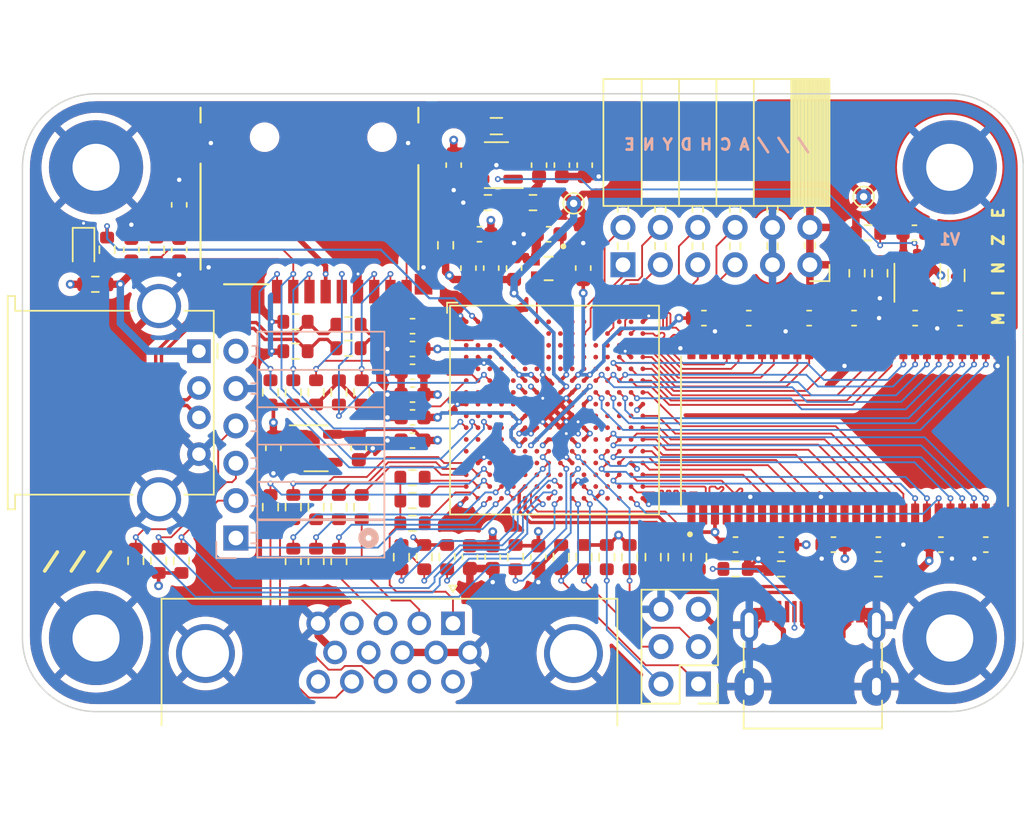
<source format=kicad_pcb>
(kicad_pcb (version 20211014) (generator pcbnew)
  (layers (0 "F.Cu" signal) (1 "In1.Cu" signal) (2 "In2.Cu" signal) (31 "B.Cu" signal) (34 "B.Paste" user) (35 "F.Paste" user) (36 "B.SilkS" user "B.Silkscreen") (37 "F.SilkS" user "F.Silkscreen") (38 "B.Mask" user) (39 "F.Mask" user) (44 "Edge.Cuts" user))
  (net 0 "")
  (net 1 "GND")
  (net 2 "/PWR3V3")
  (net 3 "/PWR1V1")
  (net 4 "/PWR2V5")
  (net 5 "/PWR5V0")
  (net 6 "Net-(C17-Pad1)")
  (net 7 "Net-(C37-Pad2)")
  (net 8 "Net-(C38-Pad2)")
  (net 9 "Net-(D1-Pad2)")
  (net 10 "/PWR5V0UF")
  (net 11 "Net-(J1-PadA5)")
  (net 12 "/USB0_CONN_DP")
  (net 13 "/USB0_CONN_DN")
  (net 15 "Net-(J1-PadB5)")
  (net 17 "/USB1_CONN_DN")
  (net 18 "/USB1_CONN_DP")
  (net 19 "/UART_TX")
  (net 20 "/UART_RX")
  (net 21 "/SD_MOSI")
  (net 22 "/SD_SS")
  (net 23 "/SD_DAT2")
  (net 24 "/SD_SCK")
  (net 25 "/SD_DAT1")
  (net 26 "/SD_MISO")
  (net 27 "/JTAG_TCK")
  (net 28 "/JTAG_TDI")
  (net 29 "/JTAG_TDO")
  (net 30 "/JTAG_TMS")
  (net 31 "Net-(L1-Pad1)")
  (net 32 "Net-(L2-Pad1)")
  (net 33 "/CSPI_SS")
  (net 34 "/CSPI_MOSI")
  (net 35 "/CSPI_MISO")
  (net 36 "/CSPI_SCK")
  (net 37 "/PMOD_A7")
  (net 38 "/PMOD_A8")
  (net 39 "/PMOD_A2")
  (net 40 "/PMOD_A9")
  (net 41 "/PMOD_A3")
  (net 42 "/PMOD_A10")
  (net 43 "/PMOD_A4")
  (net 44 "/PMOD_A1")
  (net 45 "/CFG_1")
  (net 46 "/INITN")
  (net 47 "/PROGRAMN")
  (net 48 "/USB0_DP_PU")
  (net 49 "/USB0_DP")
  (net 50 "/USB0_DN")
  (net 51 "/RESET")
  (net 52 "/USB1_DP")
  (net 53 "/USB1_DN")
  (net 54 "/SD_CD")
  (net 55 "/VGA_R0")
  (net 56 "/VGA_R1")
  (net 57 "/VGA_R2")
  (net 58 "/VGA_G0")
  (net 59 "/VGA_G1")
  (net 60 "/VGA_G2")
  (net 61 "/VGA_B0")
  (net 62 "/VGA_B1")
  (net 63 "/VGA_B2")
  (net 64 "/VGA_R_CONN")
  (net 65 "/LED")
  (net 66 "/VGA_G_CONN")
  (net 67 "/VGA_B_CONN")
  (net 68 "/VGA_HS_CONN")
  (net 69 "/VGA_HS")
  (net 70 "/VGA_VS_CONN")
  (net 71 "/VGA_VS")
  (net 72 "/PWR1V1EN")
  (net 74 "/CLK48")
  (net 86 "/DRAM_DQ15")
  (net 87 "/DRAM_DQ12")
  (net 101 "/DRAM_DQ13")
  (net 102 "/DRAM_DQ14")
  (net 103 "/DRAM_DQ11")
  (net 116 "/DRAM_DQ10")
  (net 117 "/DRAM_DQ9")
  (net 131 "/DRAM_A12")
  (net 132 "/DRAM_DQ8")
  (net 133 "/DRAM_UDQM")
  (net 136 "/DRAM_A8")
  (net 137 "/DRAM_A9")
  (net 138 "/DRAM_A11")
  (net 139 "/DRAM_CKE")
  (net 140 "/DRAM_CLK")
  (net 146 "/DRAM_A4")
  (net 147 "/DRAM_A5")
  (net 148 "/DRAM_A6")
  (net 149 "/DRAM_A7")
  (net 150 "/DRAM_CS")
  (net 166 "/DRAM_RAS")
  (net 175 "/DRAM_CAS")
  (net 182 "/DRAM_A3")
  (net 183 "/DRAM_A2")
  (net 184 "/DRAM_WE")
  (net 185 "/DRAM_LDQM")
  (net 195 "/DRAM_A0")
  (net 196 "/DRAM_A1")
  (net 197 "/DRAM_DQ7")
  (net 198 "/DRAM_DQ6")
  (net 206 "/DRAM_BS1")
  (net 207 "/DRAM_DQ5")
  (net 208 "/DRAM_DQ4")
  (net 214 "/DONE")
  (net 217 "/DRAM_BS0")
  (net 218 "/DRAM_DQ3")
  (net 219 "/DRAM_DQ2")
  (net 222 "/VIDEO_D1")
  (net 223 "/VIDEO_D3")
  (net 225 "/DRAM_DQ0")
  (net 226 "/DRAM_DQ1")
  (net 227 "/VIDEO_D0")
  (net 228 "/VIDEO_D2")
  (net 229 "/DRAM_A10")
  (footprint "Capacitor_SMD:C_0603_1608Metric" (layer "F.Cu") (at 126.5 123.57)
    (fp_text reference "C5" hide)
    (fp_text value "220nF" hide)
  )
  (footprint "Capacitor_SMD:C_0603_1608Metric" (layer "F.Cu") (at 135.05 131.5 90)
    (fp_text reference "C28" hide)
    (fp_text value "220nF" hide)
  )
  (footprint "Capacitor_SMD:C_0603_1608Metric" (layer "F.Cu") (at 122.85 124.1 -90)
    (fp_text reference "C39" hide)
    (fp_text value "4.7uF" hide)
  )
  (footprint "Resistor_SMD:R_0603_1608Metric" (layer "F.Cu") (at 142.85 131.5 90)
    (fp_text reference "R8" hide)
    (fp_text value "22R" hide)
  )
  (footprint "Capacitor_SMD:C_0603_1608Metric" (layer "F.Cu") (at 110.65 110.6 -90)
    (fp_text reference "C27" hide)
    (fp_text value "100nF" hide)
  )
  (footprint "Resistor_SMD:R_0603_1608Metric" (layer "F.Cu") (at 118.55 115.5 180)
    (fp_text reference "R15" hide)
    (fp_text value "15K" hide)
  )
  (footprint "LD-SDCARD:SDCARD" (layer "F.Cu") (at 119.5 102.95 180)
    (fp_text reference "J4" hide)
    (fp_text value "MICROSD" hide)
  )
  (footprint "Resistor_SMD:R_0603_1608Metric" (layer "F.Cu") (at 139.7 131.5 -90)
    (fp_text reference "R24" hide)
    (fp_text value "4K7" hide)
  )
  (footprint "Resistor_SMD:R_0603_1608Metric" (layer "F.Cu") (at 138.15 131.5 -90)
    (fp_text reference "R27" hide)
    (fp_text value "4K7" hide)
  )
  (footprint "LED_SMD:LED_0603_1608Metric" (layer "F.Cu") (at 104.15 110.6 -90)
    (fp_text reference "D1" hide)
    (fp_text value "LED" hide)
  )
  (footprint "Resistor_SMD:R_0603_1608Metric" (layer "F.Cu") (at 118.55 117.5 180)
    (fp_text reference "R16" hide)
    (fp_text value "15K" hide)
  )
  (footprint "Connector_PinHeader_2.54mm:PinHeader_2x03_P2.54mm_Vertical" (layer "F.Cu") (at 145.925 140.125 180)
    (fp_text reference "JTAG1" hide)
    (fp_text value "Conn_02x03_Top_Bottom" hide)
  )
  (footprint "LD-CONNECTORS:USB_C_Receptacle_HRO_TYPE-C-31-M-12-BIG-PADS" (layer "F.Cu") (at 153.7 139.25)
    (fp_text reference "J1" hide)
    (fp_text value "TYPE-C-31-M-12-FIXED" hide)
  )
  (footprint "Resistor_SMD:R_0603_1608Metric" (layer "F.Cu") (at 151.55 132.3 180)
    (fp_text reference "R10" hide)
    (fp_text value "5K1" hide)
  )
  (footprint "Resistor_SMD:R_0603_1608Metric" (layer "F.Cu") (at 156.7 112.2 -90)
    (fp_text reference "R50" hide)
    (fp_text value "210K" hide)
  )
  (footprint "Resistor_SMD:R_0603_1608Metric" (layer "F.Cu") (at 158.15 132.3 180)
    (fp_text reference "FB1" hide)
    (fp_text value "Ferrite_Bead" hide)
  )
  (footprint "Capacitor_SMD:C_0603_1608Metric" (layer "F.Cu") (at 133.4 111.85 -90)
    (fp_text reference "C15" hide)
    (fp_text value "1uF" hide)
  )
  (footprint "Resistor_SMD:R_0603_1608Metric" (layer "F.Cu") (at 121.5 120.3 -90)
    (fp_text reference "R17" hide)
    (fp_text value "20K" hide)
  )
  (footprint "Capacitor_SMD:C_0603_1608Metric" (layer "F.Cu") (at 158.15 130.65 180)
    (fp_text reference "C24" hide)
    (fp_text value "10uF" hide)
  )
  (footprint "Capacitor_SMD:C_0603_1608Metric" (layer "F.Cu") (at 135.75 109.55 180)
    (fp_text reference "C32" hide)
    (fp_text value "100nF" hide)
  )
  (footprint "Resistor_SMD:R_0603_1608Metric" (layer "F.Cu") (at 118.4 120.3 90)
    (fp_text reference "R19" hide)
    (fp_text value "20K" hide)
  )
  (footprint "Capacitor_SMD:C_0603_1608Metric" (layer "F.Cu") (at 146.3 115.25 180)
    (fp_text reference "C8" hide)
    (fp_text value "220nF" hide)
  )
  (footprint "Resistor_SMD:R_0603_1608Metric" (layer "F.Cu") (at 134.6875 107.4 180)
    (fp_text reference "R48" hide)
    (fp_text value "100K" hide)
  )
  (footprint "Resistor_SMD:R_0603_1608Metric" (layer "F.Cu") (at 128.85 131.5 -90)
    (fp_text reference "R2" hide)
    (fp_text value "4K7" hide)
  )
  (footprint "Resistor_SMD:R_0603_1608Metric" (layer "F.Cu") (at 144.4 131.5 90)
    (fp_text reference "R7" hide)
    (fp_text value "22R" hide)
  )
  (footprint "Capacitor_SMD:C_0603_1608Metric" (layer "F.Cu") (at 129.3 104.85 -90)
    (fp_text reference "C33" hide)
    (fp_text value "4.7uF" hide)
  )
  (footprint "Resistor_SMD:R_0603_1608Metric" (layer "F.Cu") (at 107.7 131.75 90)
    (fp_text reference "R4" hide)
    (fp_text value "1K" hide)
  )
  (footprint "MountingHole:MountingHole_3.2mm_M3_Pad" (layer "F.Cu") (at 163 137)
    (fp_text reference "H4" hide)
    (fp_text value "MountingHole_Pad" hide)
  )
  (footprint "Capacitor_SMD:C_0603_1608Metric" (layer "F.Cu") (at 160.65 115.25)
    (fp_text reference "C34" hide)
    (fp_text value "4.7uF" hide)
  )
  (footprint "Connector_Dsub:DSUB-15-HD_Female_Horizontal_P2.29x1.98mm_EdgePinOffset3.03mm_Housed_MountingHolesOffset4.94mm" (layer "F.Cu") (at 129.25 136)
    (fp_text reference "VGA1" hide)
    (fp_text value "DB15_Female_MountingHoles" hide)
  )
  (footprint "Resistor_SMD:R_0603_1608Metric" (layer "F.Cu") (at 109.1 110.6 -90)
    (fp_text reference "R20" hide)
    (fp_text value "20K" hide)
  )
  (footprint "Capacitor_SMD:C_0603_1608Metric" (layer "F.Cu") (at 107.4 110.6 90)
    (fp_text reference "C17" hide)
    (fp_text value "4.7uF" hide)
  )
  (footprint "Capacitor_SMD:C_0603_1608Metric" (layer "F.Cu") (at 135.1 104.85 -90)
    (fp_text reference "C37" hide)
    (fp_text value "10pF" hide)
  )
  (footprint "Capacitor_SMD:C_0603_1608Metric" (layer "F.Cu") (at 117.05 124.1 -90)
    (fp_text reference "C35" hide)
    (fp_text value "4.7uF" hide)
  )
  (footprint "LD-MEMORY:SOP80P1176X120-54N" (layer "F.Cu") (at 155.85 122.95 90)
    (fp_text reference "U2" hide)
    (fp_text value "W9825G6KH-6" hide)
  )
  (footprint "Capacitor_SMD:C_0603_1608Metric" (layer "F.Cu") (at 151.55 130.65)
    (fp_text reference "C19" hide)
    (fp_text value "100nF" hide)
  )
  (footprint "Capacitor_SMD:C_0603_1608Metric" (layer "F.Cu") (at 126.5 120.45)
    (fp_text reference "C13" hide)
    (fp_text value "220nF" hide)
  )
  (footprint "Capacitor_SMD:C_0603_1608Metric" (layer "F.Cu") (at 126.5 122)
    (fp_text reference "C7" hide)
    (fp_text value "220nF" hide)
  )
  (footprint "Capacitor_SMD:C_0603_1608Metric" (layer "F.Cu") (at 148.45 130.65 180)
    (fp_text reference "C18" hide)
    (fp_text value "100nF" hide)
  )
  (footprint "Package_TO_SOT_SMD:SOT-23-6" (layer "F.Cu") (at 132.2 104.85 180)
    (fp_text reference "U5" hide)
    (fp_text value "TLV62568DDC" hide)
  )
  (footprint "Resistor_SMD:R_0603_1608Metric" (layer "F.Cu") (at 121.5 128.1 90)
    (fp_text reference "R34" hide)
    (fp_text value "1K" hide)
  )
  (footprint "Resistor_SMD:R_0603_1608Metric" (layer "F.Cu") (at 133.5 131.5 -90)
    (fp_text reference "R1" hide)
    (fp_text value "4K7" hide)
  )
  (footprint "Resistor_SMD:R_0603_1608Metric" (layer "F.Cu") (at 110.8 131.75 90)
    (fp_text reference "R11" hide)
    (fp_text value "10K" hide)
  )
  (footprint "Capacitor_SMD:C_0603_1608Metric" (layer "F.Cu") (at 155.1 130.65)
    (fp_text reference "C20" hide)
    (fp_text value "100nF" hide)
  )
  (footprint "TestPoint:TestPoint_THTPad_D1.0mm_Drill0.5mm" (layer "F.Cu") (at 157.15 107)
    (fp_text reference "TP3" hide)
    (fp_text value "TP_PWR3V3" hide)
  )
  (footprint "Resistor_SMD:R_0603_1608Metric" (layer "F.Cu") (at 145.95 131.5 -90)
    (fp_text reference "R6" hide)
    (fp_text value "1K5" hide)
  )
  (footprint "Capacitor_SMD:C_0603_1608Metric" (layer "F.Cu") (at 126.5 118.9)
    (fp_text reference "C3" hide)
    (fp_text value "1uF" hide)
  )
  (footprint "Resistor_SMD:R_0603_1608Metric" (layer "F.Cu") (at 118.4 128.1 90)
    (fp_text reference "R45" hide)
    (fp_text value "100R" hide)
  )
  (footprint "Resistor_SMD:R_0603_1608Metric" (layer "F.Cu") (at 126.5 126.1)
    (fp_text reference "R31" hide)
    (fp_text value "2K2" hide)
  )
  (footprint "Resistor_SMD:R_0603_1608Metric" (layer "F.Cu") (at 127.3 131.5 -90)
    (fp_text reference "R3" hide)
    (fp_text value "4K7" hide)
  )
  (footprint "Resistor_SMD:R_0603_1608Metric" (layer "F.Cu") (at 104.95 112.95)
    (fp_text reference "FB2" hide)
    (fp_text value "Ferrite_Bead" hide)
  )
  (footprint "Capacitor_SMD:C_0603_1608Metric" (layer "F.Cu") (at 130.4 131.5 90)
    (fp_text reference "C14" hide)
    (fp_text value "1uF" hide)
  )
  (footprint "Resistor_SMD:R_0603_1608Metric" (layer "F.Cu") (at 118.4 131.75 90)
    (fp_text reference "R37" hide)
    (fp_text value "536R" hide)
  )
  (footprint "Capacitor_SMD:C_0603_1608Metric" (layer "F.Cu") (at 162.4 130.65)
    (fp_text reference "C16" hide)
    (fp_text value "4.7uF" hide)
  )
  (footprint "Resistor_SMD:R_0603_1608Metric" (layer "F.Cu") (at 136.6 131.5 90)
    (fp_text reference "R28" hide)
    (fp_text value "4K7" hide)
  )
  (footprint "Capacitor_SMD:C_0603_1608Metric" (layer "F.Cu") (at 138.2 104.85 -90)
    (fp_text reference "C4" hide)
    (fp_text value "22uF" hide)
  )
  (footprint "Package_TO_SOT_SMD:SOT-23-6" (layer "F.Cu") (at 160.8 112.35 90)
    (fp_text reference "U6" hide)
    (fp_text value "TLV62568DDC" hide)
  )
  (footprint "LD-CRYSTALS:OSC_KC2016Z13.5600C1KX00" (layer "F.Cu") (at 135.75 111.875 -90)
    (fp_text reference "Y1" hide)
    (fp_text value "KC2016Z48" hide)
  )
  (footprint "Resistor_SMD:R_0603_1608Metric" (layer "F.Cu") (at 141.25 131.5 -90)
    (fp_text reference "R26" hide)
    (fp_text value "4K7" hide)
  )
  (footprint "Capacitor_SMD:C_0603_1608Metric" (layer "F.Cu") (at 138.1 111.85 -90)
    (fp_text reference "C10" hide)
    (fp_text value "220nF" hide)
  )
  (footprint "Capacitor_SMD:C_0603_1608Metric" (layer "F.Cu") (at 126.5 115.8)
    (fp_text reference "C12" hide)
    (fp_text value "1uF" hide)
  )
  (footprint "Capacitor_SMD:C_0603_1608Metric" (layer "F.Cu") (at 131.05 109.55)
    (fp_text reference "C9" hide)
    (fp_text value "1uF" hide)
  )
  (footprint "Resistor_SMD:R_0603_1608Metric" (layer "F.Cu") (at 122.15 115.7)
    (fp_text reference "R13" hide)
    (fp_text value "22R" hide)
  )
  (footprint "LD-PMOD:PMOD_2x06_HOST" (layer "F.Cu") (at 153.5 111.625 -90)
    (fp_text reference "PMOD1" hide)
    (fp_text value "PMOD-Device-x2-Type-1A-GPIO" hide)
  )
  (footprint "Capacitor_SMD:C_0603_1608Metric" (layer "F.Cu") (at 136.65 104.85 -90)
    (fp_text reference "C41" hide)
    (fp_text value "22uF" hide)
  )
  (footprint "Resistor_SMD:R_0603_1608Metric" (layer "F.Cu") (at 119.95 128.1 90)
    (fp_text reference "R33" hide)
    (fp_text value "536" hide)
  )
  (footprint "Resistor_SMD:R_0603_1608Metric" (layer "F.Cu") (at 123.05 120.3 90)
    (fp_text reference "R22" hide)
    (fp_text value "20K" hide)
  )
  (footprint "Resistor_SMD:R_0603_1608Metric" (layer "F.Cu") (at 148.45 132.3)
    (fp_text reference "R5" hide)
    (fp_text value "5K1" hide)
  )
  (footprint "Resistor_SMD:R_0603_1608Metric" (layer "F.Cu") (at 119.95 131.75 90)
    (fp_text reference "R38" hide)
    (fp_text value "1K" hide)
  )
  (footprint "Resistor_SMD:R_0603_1608Metric" (layer "F.Cu") (at 126.5 129.2)
    (fp_text reference "R29" hide)
    (fp_text value "536R" hide)
  )
  (footprint "Inductor_SMD:L_0805_2012Metric" (layer "F.Cu") (at 163.45 112.35 90)
    (fp_text reference "L2" hide)
    (fp_text value "INDUCTOR" hide)
  )
  (footprint "Resistor_SMD:R_0603_1608Metric" (layer "F.Cu") (at 116.85 120.3 90)
    (fp_text reference "R23" hide)
    (fp_text value "20K" hide)
  )
  (footprint "Resistor_SMD:R_0603_1608Metric" (layer "F.Cu") (at 119.95 120.3 90)
    (fp_text reference "R18" hide)
    (fp_text value "20K" hide)
  )
  (footprint "Resistor_SMD:R_0603_1608Metric" (layer "F.Cu") (at 122.15 117.3)
    (fp_text reference "R14" hide)
    (fp_text value "22R" hide)
  )
  (footprint "Connector_USB:USB_A_Stewart_SS-52100-001_Horizontal" (layer "F.Cu") (at 111.99 117.5 -90)
    (fp_text reference "J2" hide)
    (fp_text value "USB_A" hide)
  )
  (footprint "Resistor_SMD:R_0603_1608Metric" (layer "F.Cu") (at 109.25 131.75 90)
    (fp_text reference "R12" hide)
    (fp_text value "10K" hide)
  )
  (footprint "Resistor_SMD:R_0603_1608Metric" (layer "F.Cu") (at 105.75 110.6 -90)
    (fp_text reference "R42" hide)
    (fp_text value "536R" hide)
  )
  (footprint "TestPoint:TestPoint_THTPad_D1.0mm_Drill0.5mm" (layer "F.Cu") (at 137.45 107.45 180)
    (fp_text reference "TP2" hide)
    (fp_text value "TP_PWR1V1" hide)
  )
  (footprint "Resistor_SMD:R_0603_1608Metric" (layer "F.Cu") (at 126.5 127.65)
    (fp_text reference "R30" hide)
    (fp_text value "1K" hide)
  )
  (footprint "MountingHole:MountingHole_3.2mm_M3_Pad" (layer "F.Cu") (at 105 137)
    (fp_text reference "H3" hide)
    (fp_text value "MountingHole_Pad" hide)
  )
  (footprint "Resistor_SMD:R_0603_1608Metric" (layer "F.Cu") (at 123.05 128.1 90)
    (fp_text reference "R35" hide)
    (fp_text value "2K2" hide)
  )
  (footprint "MountingHole:MountingHole_3.2mm_M3_Pad" (layer "F.Cu") (at 163 105)
    (fp_text reference "H2" hide)
    (fp_text value "MountingHole_Pad" hide)
  )
  (footprint "Resistor_SMD:R_0603_1608Metric" (layer "F.Cu") (at 158.25 112.2 -90)
    (fp_text reference "R51" hide)
    (fp_text value "47K" hide)
  )
  (footprint "Inductor_SMD:L_0805_2012Metric" (layer "F.Cu") (at 132.2 102.2 180)
    (fp_text reference "L1" hide)
    (fp_text value "INDUCTOR" hide)
  )
  (footprint "Capacitor_SMD:C_0603_1608Metric" (layer "F.Cu") (at 165.45 130.65)
    (fp_text reference "C21" hide)
    (fp_text value "100nF" hide)
  )
  (footprint "Capacitor_SMD:C_0603_1608Metric" (layer "F.Cu") (at 110.65 107.55 90)
    (fp_text reference "C26" hide)
    (fp_text value "10uF" hide)
  )
  (footprint "Capacitor_SMD:C_0603_1608Metric" (layer "F.Cu") (at 131.85 111.85 -90)
    (fp_text reference "C11" hide)
    (fp_text value "220nF" hide)
  )
  (footprint "Package_TO_SOT_SMD:SOT-23-5" (layer "F.Cu") (at 119.95 124.1)
    (fp_text reference "U7" hide)
    (fp_text value "TLV73325PDBV" hide)
  )
  (footprint "MountingHole:MountingHole_3.2mm_M3_Pad" (layer "F.Cu") (at 105 105)
    (fp_text reference "H1" hide)
    (fp_text value "MountingHole_Pad" hide)
  )
  (footprint "Capacitor_SMD:C_0603_1608Metric" (layer "F.Cu") (at 156.5 115.25 180)
    (fp_text reference "C25" hide)
    (fp_text value "10uF" hide)
  )
  (footprint "Capacitor_SMD:C_0603_1608Metric" (layer "F.Cu") (at 126.5 117.35)
    (fp_text reference "C1" hide)
    (fp_text value "220nF" hide)
  )
  (footprint "Resistor_SMD:R_0603_1608Metric" (layer "F.Cu") (at 131.625 107.4 180)
    (fp_text reference "R49" hide)
    (fp_text value "120K" hide)
  )
  (footprint "Resistor_SMD:R_0603_1608Metric" (layer "F.Cu") (at 128.75 110.3 90)
    (fp_text reference "R21" hide)
    (fp_text value "20K" hide)
  )
  (footprint "Capacitor_SMD:C_0603_1608Metric" (layer "F.Cu") (at 163.7 115.25 180)
    (fp_text reference "C42" hide)
    (fp_text value "10uF" hide)
  )
  (footprint "Resistor_SMD:R_0603_1608Metric" (layer "F.Cu") (at 121.5 131.75 90)
    (fp_text reference "R32" hide)
    (fp_text value "2K2" hide)
  )
  (footprint "Capacitor_SMD:C_0603_1608Metric" (layer "F.Cu") (at 130.3 111.85 -90)
    (fp_text reference "C2" hide)
    (fp_text value "220nF" hide)
  )
  (footprint "Resistor_SMD:R_0603_1608Metric" (layer "F.Cu") (at 157.45 109.45)
    (fp_text reference "R47" hide)
    (fp_text value "1K5" hide)
  )
  (footprint "Capacitor_SMD:C_0603_1608Metric" (layer "F.Cu") (at 153.45 115.25)
    (fp_text reference "C23" hide)
    (fp_text value "100nF" hide)
  )
  (footprint "Capacitor_SMD:C_0603_1608Metric" (layer "F.Cu") (at 149.35 115.25)
    (fp_text reference "C22" hide)
    (fp_text value "100nF" hide)
  )
  (footprint "Capacitor_SMD:C_0603_1608Metric" (layer "F.Cu") (at 160.6 109.45 180)
    (fp_text reference "C38" hide)
    (fp_text value "10pF" hide)
  )
  (footprint "Capacitor_SMD:C_0603_1608Metric" (layer "F.Cu") (at 131.95 131.5 90)
    (fp_text reference "C6" hide)
    (fp_text value "220nF" hide)
  )
  (footprint "Resistor_SMD:R_0603_1608Metric" (layer "F.Cu") (at 125.75 131.5 90)
    (fp_text reference "R9" hide)
    (fp_text value "51R" hide)
  )
  (footprint "Resistor_SMD:R_0603_1608Metric" (layer "F.Cu") (at 116.85 128.1 90)
    (fp_text reference "R46" hide)
    (fp_text value "100R" hide)
  )
  (footprint "Package_BGA:BGA-256_14.0x14.0mm_Layout16x16_P0.8mm_Ball0.45mm_Pad0.32mm_NSMD" (layer "F.Cu") (at 136.15 121.5)
    (fp_text reference "U1" hide)
    (fp_text value "Lattice_ECP_FPGA_ECP5U_45_CABGA256" hide)
  )
  (footprint "LD-MODULES:MMOD_Host_Socket" (layer "B.Cu") (at 114.5 117.5 180)
    (fp_text reference "MMOD1" hide)
    (fp_text value "PMOD-Device-x1-Type-2-SPI" hide)
  )
  (gr_arc (start 168 137) (mid 166.535534 140.535534) (end 163 142) (layer "Edge.Cuts") (width 0.1))
  (gr_line (start 168 105) (end 168 137) (layer "Edge.Cuts") (width 0.1))
  (gr_arc (start 163 100) (mid 166.535534 101.464466) (end 168 105) (layer "Edge.Cuts") (width 0.1))
  (gr_arc (start 100 105) (mid 101.464466 101.464466) (end 105 100) (layer "Edge.Cuts") (width 0.1))
  (gr_arc (start 105 142) (mid 101.464466 140.535534) (end 100 137) (layer "Edge.Cuts") (width 0.1))
  (gr_line (start 100 137) (end 100 105) (layer "Edge.Cuts") (width 0.1))
  (gr_line (start 105 100) (end 163 100) (layer "Edge.Cuts") (width 0.1))
  (gr_line (start 163 142) (end 105 142) (layer "Edge.Cuts") (width 0.1))
  (gr_text "/ / / A C H D Y N E" (at 147.175 103.45) (layer "B.SilkS") (effects (font (size 0.75 0.75) (thickness 0.1875)) (justify mirror)))
  (gr_text "V1" (at 163 109.9) (layer "B.SilkS") (effects (font (size 0.75 0.75) (thickness 0.1875)) (justify mirror)))
  (gr_text "/ / /" (at 103.75 131.75) (layer "F.SilkS") (effects (font (size 1 1) (thickness 0.25))))
  (gr_text "M  I  N  Z  E" (at 166.3 111.75 90) (layer "F.SilkS") (effects (font (size 0.75 0.75) (thickness 0.1875))))
  (segment (start 149.45 128.57) (end 149.45 127.4) (width 0.25) (layer "F.Cu") (net 1))
  (segment (start 137.35 126.7) (end 137.75 126.3) (width 0.25) (layer "F.Cu") (net 1))
  (segment (start 110.65 112.3) (end 110.65 111.375) (width 0.5) (layer "F.Cu") (net 1))
  (segment (start 135.75 120.3) (end 135.35 120.7) (width 0.25) (layer "F.Cu") (net 1))
  (segment (start 154.25 128.57) (end 154.25 130.575) (width 0.25) (layer "F.Cu") (net 1))
  (segment (start 122.8 113.45) (end 122.8 112.25) (width 0.25) (layer "F.Cu") (net 1))
  (segment (start 117.725 115.5) (end 116.95 115.5) (width 0.25) (layer "F.Cu") (net 1))
  (segment (start 154.25 130.575) (end 154.325 130.65) (width 0.25) (layer "F.Cu") (net 1))
  (segment (start 134.85 109.675) (end 134.975 109.55) (width 0.5) (layer "F.Cu") (net 1))
  (segment (start 137.35 120.3) (end 137.75 119.9) (width 0.25) (layer "F.Cu") (net 1))
  (segment (start 137.35 120.3) (end 136.95 120.7) (width 0.25) (layer "F.Cu") (net 1))
  (segment (start 145.42 117.3) (end 145.45 117.33) (width 0.25) (layer "F.Cu") (net 1))
  (segment (start 125.725 123.57) (end 124.8 123.57) (width 0.5) (layer "F.Cu") (net 1))
  (segment (start 147.075 115.25) (end 148.575 115.25) (width 0.25) (layer "F.Cu") (net 1))
  (segment (start 139.15 105.625) (end 138.2 105.625) (width 0.5) (layer "F.Cu") (net 1))
  (segment (start 130.275 111.05) (end 130.3 111.075) (width 0.5) (layer "F.Cu") (net 1))
  (segment (start 107.4 109.825) (end 107.4 108.9) (width 0.5) (layer "F.Cu") (net 1))
  (segment (start 159.85 130.65) (end 158.925 130.65) (width 0.25) (layer "F.Cu") (net 1))
  (segment (start 129.3 105.625) (end 129.3 106.55) (width 0.5) (layer "F.Cu") (net 1))
  (segment (start 134.975 109.55) (end 134.05 109.55) (width 0.5) (layer "F.Cu") (net 1))
  (segment (start 144.7 117.3) (end 145.42 117.3) (width 0.25) (layer "F.Cu") (net 1))
  (segment (start 154.325 131.575) (end 154.3 131.6) (width 0.25) (layer "F.Cu") (net 1))
  (segment (start 134.85 111.275) (end 134.85 109.675) (width 0.5) (layer "F.Cu") (net 1))
  (segment (start 134.15 122.7) (end 133.75 123.1) (width 0.25) (layer "F.Cu") (net 1))
  (segment (start 117.725 117.5) (end 116.95 117.5) (width 0.25) (layer "F.Cu") (net 1))
  (segment (start 150.295 135.205) (end 149.38 136.12) (width 0.5) (layer "F.Cu") (net 1))
  (segment (start 149.225 130.825) (end 150 131.6) (width 0.25) (layer "F.Cu") (net 1))
  (segment (start 158.2 115.25) (end 157.275 115.25) (width 0.5) (layer "F.Cu") (net 1))
  (segment (start 163.175 131.575) (end 163.15 131.6) (width 0.5) (layer "F.Cu") (net 1))
  (segment (start 150.025 131.6) (end 150.725 132.3) (width 0.25) (layer "F.Cu") (net 1))
  (segment (start 162.85 115.25) (end 162.15 115.95) (width 0.5) (layer "F.Cu") (net 1))
  (segment (start 155.85 117.33) (end 155.85 116.675) (width 0.25) (layer "F.Cu") (net 1))
  (segment (start 149.975 131.6) (end 149.275 132.3) (width 0.25) (layer "F.Cu") (net 1))
  (segment (start 138.95 127.5) (end 139.35 127.1) (width 0.25) (layer "F.Cu") (net 1))
  (segment (start 123.025 124.875) (end 123.8 124.1) (width 0.25) (layer "F.Cu") (net 1))
  (segment (start 150 131.6) (end 149.975 131.6) (width 0.25) (layer "F.Cu") (net 1))
  (segment (start 136.55 121.9) (end 136.95 122.3) (width 0.25) (layer "F.Cu") (net 1))
  (segment (start 149.45 128.57) (end 149.45 130.425) (width 0.25) (layer "F.Cu") (net 1))
  (segment (start 147.05 117.33) (end 147.05 116.15) (width 0.25) (layer "F.Cu") (net 1))
  (segment (start 149.45 130.425) (end 149.225 130.65) (width 0.25) (layer "F.Cu") (net 1))
  (segment (start 131.85 111.075) (end 130.3 111.075) (width 0.5) (layer "F.Cu") (net 1))
  (segment (start 135.05 132.275) (end 135.05 133.2) (width 0.5) (layer "F.Cu") (net 1))
  (segment (start 125.725 115.8) (end 125.725 117.35) (width 0.5) (layer "F.Cu") (net 1))
  (segment (start 133.4 111.075) (end 131.85 111.075) (width 0.5) (layer "F.Cu") (net 1))
  (segment (start 130.95 117.9) (end 131.35 118.3) (width 0.25) (layer "F.Cu") (net 1))
  (segment (start 150.775 130.825) (end 150 131.6) (width 0.25) (layer "F.Cu") (net 1))
  (segment (start 130.4 132.275) (end 131.95 132.275) (width 0.5) (layer "F.Cu") (net 1))
  (segment (start 154.325 130.65) (end 154.325 131.575) (width 0.25) (layer "F.Cu") (net 1))
  (segment (start 133.35 127.5) (end 132.95 127.1) (width 0.125) (layer "F.Cu") (net 1))
  (segment (start 125.725 117.35) (end 124.8 117.35) (width 0.5) (layer "F.Cu") (net 1))
  (segment (start 141.35 117.9) (end 140.95 117.5) (width 0.25) (layer "F.Cu") (net 1))
  (segment (start 104.15 109.8125) (end 104.15 108.8) (width 0.25) (layer "F.Cu") (net 1))
  (segment (start 154.25 128.57) (end 154.25 127.4) (width 0.25) (layer "F.Cu") (net 1))
  (segment (start 158.25 113.025) (end 158.25 113.9) (width 0.5) (layer "F.Cu") (net 1))
  (segment (start 150 131.6) (end 150.025 131.6) (width 0.25) (layer "F.Cu") (net 1))
  (segment (start 136.6 130.675) (end 136.6 130.725) (width 0.25) (layer "F.Cu") (net 1))
  (segment (start 122.85 124.875) (end 123.025 124.875) (width 0.25) (layer "F.Cu") (net 1))
  (segment (start 151.85 116.15) (end 151.85 116.075) (width 0.25) (layer "F.Cu") (net 1))
  (segment (start 160.8 113.4875) (end 160.8 114.625) (width 0.5) (layer "F.Cu") (net 1))
  (segment (start 135.75 121.1) (end 135.35 120.7) (width 0.25) (layer "F.Cu") (net 1))
  (segment (start 149.225 130.65) (end 149.225 130.825) (width 0.25) (layer "F.Cu") (net 1))
  (segment (start 161.425 115.25) (end 161.45 115.25) (width 0.5) (layer "F.Cu") (net 1))
  (segment (start 134.95 122.7) (end 134.55 123.1) (width 0.25) (layer "F.Cu") (net 1))
  (segment (start 138.1 111.075) (end 138.1 110.15) (width 0.25) (layer "F.Cu") (net 1))
  (segment (start 150.45 135.205) (end 150.295 135.205) (width 0.5) (layer "F.Cu") (net 1))
  (segment (start 125.725 122) (end 124.8 122) (width 0.5) (layer "F.Cu") (net 1))
  (segment (start 160.8 114.625) (end 161.425 115.25) (width 0.5) (layer "F.Cu") (net 1))
  (segment (start 130.275 109.55) (end 130.275 111.05) (width 0.5) (layer "F.Cu") (net 1))
  (segment (start 161.45 115.25) (end 162.15 115.95) (width 0.5) (layer "F.Cu") (net 1))
  (segment (start 125.725 120.45) (end 124.8 120.45) (width 0.5) (layer "F.Cu") (net 1))
  (segment (start 118.8125 124.1) (end 117.825 124.1) (width 0.5) (layer "F.Cu") (net 1))
  (segment (start 110.65 105.85) (end 110.65 106.775) (width 0.25) (layer "F.Cu") (net 1))
  (segment (start 142.15 127.5) (end 142.55 127.9) (width 0.25) (layer "F.Cu") (net 1))
  (segment (start 162.925 115.25) (end 162.85 115.25) (width 0.5) (layer "F.Cu") (net 1))
  (segment (start 136.55 122.7) (end 136.95 123.1) (width 0.25) (layer "F.Cu") (net 1))
  (segment (start 156.95 135.205) (end 157.105 135.205) (width 0.5) (layer "F.Cu") (net 1))
  (segment (start 155.85 116.675) (end 157.275 115.25) (width 0.25) (layer "F.Cu") (net 1))
  (segment (start 163.175 130.65) (end 164.675 130.65) (width 0.5) (layer "F.Cu") (net 1))
  (segment (start 155.85 117.33) (end 155.85 118.5) (width 0.25) (layer "F.Cu") (net 1))
  (segment (start 111.75 103.35) (end 112.8 103.35) (width 0.5) (layer "F.Cu") (net 1))
  (segment (start 136.55 121.1) (end 136.95 120.7) (width 0.25) (layer "F.Cu") (net 1))
  (segment (start 157.105 135.205) (end 158.02 136.12) (width 0.5) (layer "F.Cu") (net 1))
  (segment (start 125.815 137.98) (end 128.105 137.98) (width 0.5) (layer "F.Cu") (net 1))
  (segment (start 135.75 121.9) (end 135.35 122.3) (width 0.25) (layer "F.Cu") (net 1))
  (segment (start 137.35 121.1) (end 136.95 120.7) (width 0.25) (layer "F.Cu") (net 1))
  (segment (start 164.675 130.65) (end 164.675 131.6) (width 0.5) (layer "F.Cu") (net 1))
  (segment (start 147.075 116.125) (end 147.05 116.15) (width 0.25) (layer "F.Cu") (net 1))
  (segment (start 120.09 136) (end 120.09 136.835) (width 0.5) (layer "F.Cu") (net 1))
  (segment (start 117.825 124.1) (end 117.05 124.875) (width 0.5) (layer "F.Cu") (net 1))
  (segment (start 133.4 111.075) (end 133.4 110.15) (width 0.5) (layer "F.Cu") (net 1))
  (segment (start 133.3375 104.85) (end 132.2 104.85) (width 0.5) (layer "F.Cu") (net 1))
  (segment (start 135.75 121.9) (end 136.55 121.1) (width 0.25) (layer "F.Cu") (net 1))
  (segment (start 147.075 115.25) (end 147.075 116.125) (width 0.25) (layer "F.Cu") (net 1))
  (segment (start 117.05 124.875) (end 117.05 125.8) (width 0.5) (layer "F.Cu") (net 1))
  (segment (start 130.15 121.1) (end 129.55 121.1) (width 0.25) (layer "F.Cu") (net 1))
  (segment (start 130.15 127.5) (end 129.75 127.9) (width 0.25) (layer "F.Cu") (net 1))
  (segment (start 150.775 130.65) (end 150.775 130.825) (width 0.25) (layer "F.Cu") (net 1))
  (segment (start 112.65 112.95) (end 112.65 111.8) (width 0.5) (layer "F.Cu") (net 1))
  (segment (start 128.105 137.98) (end 130.395 137.98) (width 0.5) (layer "F.Cu") (net 1))
  (segment (start 142.15 121.1) (end 141.75 121.5) (width 0.25) (layer "F.Cu") (net 1))
  (segment (start 127.25 112.95) (end 127.25 111.8) (width 0.5) (layer "F.Cu") (net 1))
  (segment (start 137.35 125.1) (end 136.95 124.7) (width 0.25) (layer "F.Cu") (net 1))
  (segment (start 135.75 119.5) (end 135.35 119.1) (width 0.25) (layer "F.Cu") (net 1))
  (segment (start 130.95 125.1) (end 131.35 124.7) (width 0.25) (layer "F.Cu") (net 1))
  (segment (start 131.95 132.275) (end 131.95 133.2) (width 0.5) (layer "F.Cu") (net 1))
  (segment (start 130.8 107.4) (end 129.95 107.4) (width 0.5) (layer "F.Cu") (net 1))
  (segment (start 127.25 103.35) (end 126.2 103.35) (width 0.5) (layer "F.Cu") (net 1))
  (segment (start 136.55 121.9) (end 135.75 122.7) (width 0.25) (layer "F.Cu") (net 1))
  (segment (start 137.35 121.9) (end 137.75 122.3) (width 0.25) (layer "F.Cu") (net 1))
  (segment (start 135.75 121.9) (end 136.55 122.7) (width 0.25) (layer "F.Cu") (net 1))
  (segment (start 151.85 116.15) (end 151.85 117.33) (width 0.25) (layer "F.Cu") (net 1))
  (segment (start 163.175 130.65) (end 163.175 131.575) (width 0.5) (layer "F.Cu") (net 1))
  (segment (start 151.85 116.075) (end 152.675 115.25) (width 0.25) (layer "F.Cu") (net 1))
  (segment (start 141.35 125.1) (end 141.75 125.5) (width 0.25) (layer "F.Cu") (net 1))
  (segment (start 136.65 105.625) (end 138.2 105.625) (width 0.5) (layer "F.Cu") (net 1))
  (segment (start 166.25 117.33) (end 166.25 118.5) (width 0.25) (layer "F.Cu") (net 1))
  (segment (start 136.55 119.5) (end 136.95 119.1) (width 0.25) (layer "F.Cu") (net 1))
  (segment (start 125.725 118.9) (end 124.8 118.9) (width 0.5) (layer "F.Cu") (net 1))
  (segment (start 136.6 130.725) (end 135.05 132.275) (width 0.25) (layer "F.Cu") (net 1))
  (segment (start 142.15 115.5) (end 142.55 115.1) (width 0.25) (layer "F.Cu") (net 1))
  (segment (start 137.35 122.7) (end 137.75 123.1) (width 0.25) (layer "F.Cu") (net 1))
  (segment (start 120.09 136.835) (end 121.235 137.98) (width 0.5) (layer "F.Cu") (net 1))
  (segment (start 130.15 115.5) (end 129.75 115.1) (width 0.25) (layer "F.Cu") (net 1))
  (segment (start 135.75 121.1) (end 136.55 121.9) (width 0.25) (layer "F.Cu") (net 1))
  (via (at 141.75 125.5) (size 0.4) (drill 0.2) (layers "F.Cu" "B.Cu") (net 1))
  (via (at 107.4 108.9) (size 0.6) (drill 0.3) (layers "F.Cu" "B.Cu") (net 1))
  (via (at 158.25 113.9) (size 0.6) (drill 0.3) (layers "F.Cu" "B.Cu") (net 1))
  (via (at 104.15 108.8) (size 0.4) (drill 0.2) (layers "F.Cu" "B.Cu") (net 1))
  (via (at 131.35 118.3) (size 0.4) (drill 0.2) (layers "F.Cu" "B.Cu") (net 1))
  (via (at 154.3 131.6) (size 0.6) (drill 0.3) (layers "F.Cu" "B.Cu") (net 1))
  (via (at 116.95 117.5) (size 0.4) (drill 0.2) (layers "F.Cu" "B.Cu") (net 1))
  (via (at 136.95 124.7) (size 0.4) (drill 0.2) (layers "F.Cu" "B.Cu") (net 1))
  (via (at 117.05 125.8) (size 0.6) (drill 0.3) (layers "F.Cu" "B.Cu") (net 1))
  (via (at 136.95 122.3) (size 0.4) (drill 0.2) (layers "F.Cu" "B.Cu") (net 1))
  (via (at 147.05 116.15) (size 0.6) (drill 0.3) (layers "F.Cu" "B.Cu") (net 1))
  (via (at 131.35 124.7) (size 0.4) (drill 0.2) (layers "F.Cu" "B.Cu") (net 1))
  (via (at 140.95 117.5) (size 0.4) (drill 0.2) (layers "F.Cu" "B.Cu") (net 1))
  (via (at 158.2 115.25) (size 0.6) (drill 0.3) (layers "F.Cu" "B.Cu") (net 1))
  (via (at 135.05 133.2) (size 0.6) (drill 0.3) (layers "F.Cu" "B.Cu") (net 1))
  (via (at 149.45 127.4) (size 0.6) (drill 0.3) (layers "F.Cu" "B.Cu") (net 1))
  (via (at 123.8 124.1) (size 0.6) (drill 0.3) (layers "F.Cu" "B.Cu") (net 1))
  (via (at 129.75 115.1) (size 0.4) (drill 0.2) (layers "F.Cu" "B.Cu") (net 1))
  (via (at 166.25 118.5) (size 0.6) (drill 0.3) (layers "F.Cu" "B.Cu") (net 1))
  (via (at 163.15 131.6) (size 0.6) (drill 0.3) (layers "F.Cu" "B.Cu") (net 1))
  (via (at 144.7 117.3) (size 0.6) (drill 0.3) (layers "F.Cu" "B.Cu") (net 1))
  (via (at 122.8 112.25) (size 0.4) (drill 0.2) (layers "F.Cu" "B.Cu") (net 1))
  (via (at 136.95 120.7) (size 0.4) (drill 0.2) (layers "F.Cu" "B.Cu") (net 1))
  (via (at 137.75 119.9) (size 0.4) (drill 0.2) (layers "F.Cu" "B.Cu") (net 1))
  (via (at 135.35 119.1) (size 0.4) (drill 0.2) (layers "F.Cu" "B.Cu") (net 1))
  (via (at 150 131.6) (size 0.6) (drill 0.3) (layers "F.Cu" "B.Cu") (net 1))
  (via (at 139.35 127.1) (size 0.4) (drill 0.2) (layers "F.Cu" "B.Cu") (net 1))
  (via (at 126.2 103.35) (size 0.6) (drill 0.3) (layers "F.Cu" "B.Cu") (net 1))
  (via (at 134.05 109.55) (size 0.6) (drill 0.3) (layers "F.Cu" "B.Cu") (net 1))
  (via (at 124.8 123.57) (size 0.6) (drill 0.3) (layers "F.Cu" "B.Cu") (net 1))
  (via (at 137.75 126.3) (size 0.4) (drill 0.2) (layers "F.Cu" "B.Cu") (net 1))
  (via (at 162.15 115.95) (size 0.6) (drill 0.3) (layers "F.Cu" "B.Cu") (net 1))
  (via (at 164.675 131.6) (size 0.6) (drill 0.3) (layers "F.Cu" "B.Cu") (net 1))
  (via (at 110.65 105.85) (size 0.6) (drill 0.3) (layers "F.Cu" "B.Cu") (net 1))
  (via (at 137.75 123.1) (size 0.4) (drill 0.2) (layers "F.Cu" "B.Cu") (net 1))
  (via (at 159.85 130.65) (size 0.6) (drill 0.3) (layers "F.Cu" "B.Cu") (net 1))
  (via (at 124.8 120.45) (size 0.6) (drill 0.3) (layers "F.Cu" "B.Cu") (net 1))
  (via (at 142.55 127.9) (size 0.4) (drill 0.2) (layers "F.Cu" "B.Cu") (net 1))
  (via (at 124.8 122) (size 0.6) (drill 0.3) (layers "F.Cu" "B.Cu") (net 1))
  (via (at 129.75 127.9) (size 0.4) (drill 0.2) (layers "F.Cu" "B.Cu") (net 1))
  (via (at 133.75 123.1) (size 0.4) (drill 0.2) (layers "F.Cu" "B.Cu") (net 1))
  (via (at 112.65 111.8) (size 0.6) (drill 0.3) (layers "F.Cu" "B.Cu") (net 1))
  (via (at 142.55 115.1) (size 0.4) (drill 0.2) (layers "F.Cu" "B.Cu") (net 1))
  (via (at 110.65 112.3) (size 0.6) (drill 0.3) (layers "F.Cu" "B.Cu") (net 1))
  (via (at 155.85 118.5) (size 0.6) (drill 0.3) (layers "F.Cu" "B.Cu") (net 1))
  (via (at 129.3 106.55) (size 0.6) (drill 0.3) (layers "F.Cu" "B.Cu") (net 1))
  (via (at 133.4 110.15) (size 0.6) (drill 0.3) (layers "F.Cu" "B.Cu") (net 1))
  (via (at 138.1 110.15) (size 0.6) (drill 0.3) (layers "F.Cu" "B.Cu") (net 1))
  (via (at 141.75 121.5) (size 0.4) (drill 0.2) (layers "F.Cu" "B.Cu") (net 1))
  (via (at 124.8 118.9) (size 0.6) (drill 0.3) (layers "F.Cu" "B.Cu") (net 1))
  (via (at 135.35 120.7) (size 0.4) (drill 0.2) (layers "F.Cu" "B.Cu") (net 1))
  (via (at 136.95 123.1) (size 0.4) (drill 0.2) (layers "F.Cu" "B.Cu") (net 1))
  (via (at 124.8 117.35) (size 0.6) (drill 0.3) (layers "F.Cu" "B.Cu") (net 1))
  (via (at 132.95 127.1) (size 0.4) (drill 0.2) (layers "F.Cu" "B.Cu") (net 1))
  (via (at 112.8 103.35) (size 0.6) (drill 0.3) (layers "F.Cu" "B.Cu") (net 1))
  (via (at 129.55 121.1) (size 0.4) (drill 0.2) (layers "F.Cu" "B.Cu") (net 1))
  (via (at 135.35 122.3) (size 0.4) (drill 0.2) (layers "F.Cu" "B.Cu") (net 1))
  (via (at 129.95 107.4) (size 0.6) (drill 0.3) (layers "F.Cu" "B.Cu") (net 1))
  (via (at 134.55 123.1) (size 0.4) (drill 0.2) (layers "F.Cu" "B.Cu") (net 1))
  (via (at 139.15 105.625) (size 0.6) (drill 0.3) (layers "F.Cu" "B.Cu") (net 1))
  (via (at 154.25 127.4) (size 0.6) (drill 0.3) (layers "F.Cu" "B.Cu") (net 1))
  (via (at 136.95 119.1) (size 0.4) (drill 0.2) (layers "F.Cu" "B.Cu") (net 1))
  (via (at 137.75 122.3) (size 0.4) (drill 0.2) (layers "F.Cu" "B.Cu") (net 1))
  (via (at 151.85 116.15) (size 0.6) (drill 0.3) (layers "F.Cu" "B.Cu") (net 1))
  (via (at 132.2 104.85) (size 0.6) (drill 0.3) (layers "F.Cu" "B.Cu") (net 1))
  (via (at 116.95 115.5) (size 0.4) (drill 0.2) (layers "F.Cu" "B.Cu") (net 1))
  (via (at 127.25 111.8) (size 0.6) (drill 0.3) (layers "F.Cu" "B.Cu") (net 1))
  (via (at 131.95 133.2) (size 0.6) (drill 0.3) (layers "F.Cu" "B.Cu") (net 1))
  (segment (start 139.825 130.675) (end 140.5 130) (width 0.25) (layer "F.Cu") (net 2))
  (segment (start 109.25 132.575) (end 109.25 133.45) (width 0.25) (layer "F.Cu") (net 2))
  (segment (start 117.225 123.15) (end 117.05 123.325) (width 0.5) (layer "F.Cu") (net 2))
  (segment (start 155.875 130.65) (end 157.375 130.65) (width 0.25) (layer "F.Cu") (net 2))
  (segment (start 118.8125 123.15) (end 117.225 123.15) (width 0.5) (layer "F.Cu") (net 2))
  (segment (start 134.95 119.5) (end 134.55 119.1) (width 0.25) (layer "F.Cu") (net 2))
  (segment (start 146.375 114.4) (end 149.275 114.4) (width 0.25) (layer "F.Cu") (net 2))
  (segment (start 138.15 121.1) (end 138.15 121.9) (width 0.25) (layer "F.Cu") (net 2))
  (segment (start 109.25 132.575) (end 107.7 132.575) (width 0.25) (layer "F.Cu") (net 2))
  (segment (start 127.3 130.675) (end 127.075 130.675) (width 0.25) (layer "F.Cu") (net 2))
  (segment (start 141.25 130.675) (end 141.175 130.675) (width 0.25) (layer "F.Cu") (net 2))
  (segment (start 149.275 114.4) (end 150.125 115.25) (width 0.25) (layer "F.Cu") (net 2))
  (segment (start 145.525 115.25) (end 146.375 114.4) (width 0.25) (layer "F.Cu") (net 2))
  (segment (start 127.275 115.8) (end 127.275 117.35) (width 0.5) (layer "F.Cu") (net 2))
  (segment (start 138.15 123.5) (end 138.55 123.1) (width 0.25) (layer "F.Cu") (net 2))
  (segment (start 120.6 111.7) (end 118.725 109.825) (width 0.35) (layer "F.Cu") (net 2))
  (segment (start 151.85 128.57) (end 151.85 130.175) (width 0.25) (layer "F.Cu") (net 2))
  (segment (start 145.45 129.4) (end 145.85 129.8) (width 0.25) (layer "F.Cu") (net 2))
  (segment (start 153.25 130.65) (end 152.325 130.65) (width 0.25) (layer "F.Cu") (net 2))
  (segment (start 137.35 119.5) (end 137.75 119.1) (width 0.25) (layer "F.Cu") (net 2))
  (segment (start 131.825 109.55) (end 131.825 108.6) (width 0.5) (layer "F.Cu") (net 2))
  (segment (start 166.25 128.57) (end 166.25 130.625) (width 0.25) (layer "F.Cu") (net 2))
  (segment (start 117.05 121.325) (end 116.85 121.125) (width 0.25) (layer "F.Cu") (net 2))
  (segment (start 147.05 128.57) (end 147.05 129.8) (width 0.25) (layer "F.Cu") (net 2))
  (segment (start 136.65 111.275) (end 136.65 109.675) (width 0.25) (layer "F.Cu") (net 2))
  (segment (start 165.325 129.75) (end 166.225 130.65) (width 0.25) (layer "F.Cu") (net 2))
  (segment (start 110.65 108.325) (end 110.65 109.825) (width 0.35) (layer "F.Cu") (net 2))
  (segment (start 154.25 115.275) (end 154.225 115.25) (width 0.25) (layer "F.Cu") (net 2))
  (segment (start 119.35 125.05) (end 118.8125 125.05) (width 0.5) (layer "F.Cu") (net 2))
  (segment (start 134.15 123.5) (end 133.75 123.9) (width 0.25) (layer "F.Cu") (net 2))
  (segment (start 138.15 121.1) (end 138.55 120.7) (width 0.25) (layer "F.Cu") (net 2))
  (segment (start 138.15 119.5) (end 138.55 119.1) (width 0.25) (layer "F.Cu") (net 2))
  (segment (start 109.1 109.775) (end 110.6 109.775) (width 0.5) (layer "F.Cu") (net 2))
  (segment (start 127.3 130.675) (end 128.85 130.675) (width 0.25) (layer "F.Cu") (net 2))
  (segment (start 145.525 115.25) (end 144.6 115.25) (width 0.25) (layer "F.Cu") (net 2))
  (segment (start 121.5 119.475) (end 121.5 119.575) (width 0.25) (layer "F.Cu") (net 2))
  (segment (start 135.05 130.725) (end 133.55 130.725) (width 0.25) (layer "F.Cu") (net 2))
  (segment (start 136.65 111.275) (end 136.65 112.475) (width 0.25) (layer "F.Cu") (net 2))
  (segment (start 121.5 119.575) (end 123.05 121.125) (width 0.25) (layer "F.Cu") (net 2))
  (segment (start 133.55 130.725) (end 133.5 130.675) (width 0.25) (layer "F.Cu") (net 2))
  (segment (start 147.05 130.025) (end 147.675 130.65) (width 0.25) (layer "F.Cu") (net 2))
  (segment (start 138.1 112.625) (end 136.8 112.625) (width 0.25) (layer "F.Cu") (net 2))
  (segment (start 120.6 112.25) (end 120.6 111.7) (width 0.35) (layer "F.Cu") (net 2))
  (segment (start 127.075 130.675) (end 126.55 130.15) (width 0.25) (layer "F.Cu") (net 2))
  (segment (start 119.95 123.6) (end 119.95 124.45) (width 0.5) (layer "F.Cu") (net 2))
  (segment (start 134.15 119.5) (end 133.75 119.1) (width 0.25) (layer "F.Cu") (net 2))
  (segment (start 155.85 130.625) (end 155.875 130.65) (width 0.25) (layer "F.Cu") (net 2))
  (segment (start 117.05 122.35) (end 117.05 121.325) (width 0.25) (layer "F.Cu") (net 2))
  (segment (start 118.725 109.825) (end 110.65 109.825) (width 0.35) (layer "F.Cu") (net 2))
  (segment (start 117.05 122.35) (end 117.05 123.325) (width 0.5) (layer "F.Cu") (net 2))
  (segment (start 138.15 122.7) (end 138.55 123.1) (width 0.25) (layer "F.Cu") (net 2))
  (segment (start 134.15 121.1) (end 134.95 121.9) (width 0.25) (layer "F.Cu") (net 2))
  (segment (start 155.875 130.65) (end 155.875 131.6) (width 0.25) (layer "F.Cu") (net 2))
  (segment (start 145.45 128.57) (end 145.45 129.4) (width 0.25) (layer "F.Cu") (net 2))
  (segment (start 119.5 123.15) (end 119.95 123.6) (width 0.5) (layer "F.Cu") (net 2))
  (segment (start 130.3 112.625) (end 129.275 112.625) (width 0.5) (layer "F.Cu") (net 2))
  (segment (start 127.275 117.35) (end 128.2 117.35) (width 0.25) (layer "F.Cu") (net 2))
  (segment (start 136.8 112.625) (end 136.65 112.475) (width 0.25) (layer "F.Cu") (net 2))
  (segment (start 135.05 130.725) (end 135.05 129.75) (width 0.25) (layer "F.Cu") (net 2))
  (segment (start 151.85 130.175) (end 152.325 130.65) (width 0.25) (layer "F.Cu") (net 2))
  (segment (start 136.65 109.675) (end 136.525 109.55) (width 0.25) (layer "F.Cu") (net 2))
  (segment (start 166.25 130.625) (end 166.225 130.65) (width 0.25) (layer "F.Cu") (net 2))
  (segment (start 139.7 130.675) (end 139.825 130.675) (width 0.25) (layer "F.Cu") (net 2))
  (segment (start 128.75 111.125) (end 128.75 112.1) (width 0.5) (layer "F.Cu") (net 2))
  (segment (start 118.4 121.125) (end 119.95 121.125) (width 0.25) (layer "F.Cu") (net 2))
  (segment (start 155.85 128.57) (end 155.85 130.625) (width 0.25) (layer "F.Cu") (net 2))
  (segment (start 134.95 121.1) (end 134.15 121.9) (width 0.25) (layer "F.Cu") (net 2))
  (segment (start 147.05 129.8) (end 147.05 130.025) (width 0.25) (layer "F.Cu") (net 2))
  (segment (start 149.45 117.33) (end 149.45 115.925) (width 0.25) (layer "F.Cu") (net 2))
  (segment (start 118.8125 123.15) (end 119.5 123.15) (width 0.5) (layer "F.Cu") (net 2))
  (segment (start 128.75 112.1) (end 129 112.35) (width 0.5) (layer "F.Cu") (net 2))
  (segment (start 145.85 129.8) (end 147.05 129.8) (width 0.25) (layer "F.Cu") (net 2))
  (segment (start 141.175 130.675) (end 140.5 130) (width 0.25) (layer "F.Cu") (net 2))
  (segment (start 120.6 113.45) (end 120.6 112.25) (width 0.25) (layer "F.Cu") (net 2))
  (segment (start 129.275 112.625) (end 129 112.35) (width 0.5) (layer "F.Cu") (net 2))
  (segment (start 154.25 117.33) (end 154.25 115.275) (width 0.25) (layer "F.Cu") (net 2))
  (segment (start 109.25 132.575) (end 110.8 132.575) (width 0.25) (layer "F.Cu") (net 2))
  (segment (start 110.6 109.775) (end 110.65 109.825) (width 0.5) (layer "F.Cu") (net 2))
  (segment (start 138.1 112.625) (end 138.1 113.55) (width 0.25) (layer "F.Cu") (net 2))
  (segment (start 149.45 115.925) (end 150.125 115.25) (width 0.25) (layer "F.Cu") (net 2))
  (segment (start 158.275 129.75) (end 165.325 129.75) (width 0.25) (layer "F.Cu") (net 2))
  (segment (start 116.85 121.125) (end 118.4 121.125) (width 0.25) (layer "F.Cu") (net 2))
  (segment (start 134.15 121.9) (end 133.75 122.3) (width 0.25) (layer "F.Cu") (net 2))
  (segment (start 119.95 124.45) (end 119.35 125.05) (width 0.5) (layer "F.Cu") (net 2))
  (segment (start 157.375 130.65) (end 158.275 129.75) (width 0.25) (layer "F.Cu") (net 2))
  (segment (start 121.5 119.575) (end 119.95 121.125) (width 0.25) (layer "F.Cu") (net 2))
  (segment (start 127.275 122) (end 128.2 122) (width 0.5) (layer "F.Cu") (net 2))
  (segment (start 154.225 115.25) (end 155.725 115.25) (width 0.25) (layer "F.Cu") (net 2))
  (segment (start 138.15 130.675) (end 139.7 130.675) (width 0.25) (layer "F.Cu") (net 2))
  (via (at 138.1 113.55) (size 0.6) (drill 0.3) (layers "F.Cu" "B.Cu") (net 2))
  (via (at 133.75 119.1) (size 0.4) (drill 0.2) (layers "F.Cu" "B.Cu") (net 2))
  (via (at 120.6 112.25) (size 0.4) (drill 0.2) (layers "F.Cu" "B.Cu") (net 2))
  (via (at 134.55 119.1) (size 0.4) (drill 0.2) (layers "F.Cu" "B.Cu") (net 2))
  (via (at 138.55 119.1) (size 0.4) (drill 0.2) (layers "F.Cu" "B.Cu") (net 2))
  (via (at 138.55 120.7) (size 0.4) (drill 0.2) (layers "F.Cu" "B.Cu") (net 2))
  (via (at 133.75 122.3) (size 0.4) (drill 0.2) (layers "F.Cu" "B.Cu") (net 2))
  (via (at 153.25 130.65) (size 0.6) (drill 0.3) (layers "F.Cu" "B.Cu") (net 2))
  (via (at 129 112.35) (size 0.6) (drill 0.3) (layers "F.Cu" "B.Cu") (net 2))
  (via (at 137.75 119.1) (size 0.4) (drill 0.2) (layers "F.Cu" "B.Cu") (net 2))
  (via (at 131.825 108.6) (size 0.6) (drill 0.3) (layers "F.Cu" "B.Cu") (net 2))
  (via (at 126.55 130.15) (size 0.4) (drill 0.2) (layers "F.Cu" "B.Cu") (net 2))
  (via (at 133.75 123.9) (size 0.4) (drill 0.2) (layers "F.Cu" "B.Cu") (net 2))
  (via (at 140.5 130) (size 0.6) (drill 0.3) (layers "F.Cu" "B.Cu") (net 2))
  (via (at 147.05 129.8) (size 0.6) (drill 0.3) (layers "F.Cu" "B.Cu") (net 2))
  (via (at 128.2 122) (size 0.6) (drill 0.3) (layers "F.Cu" "B.Cu") (net 2))
  (via (at 117.05 122.35) (size 0.6) (drill 0.3) (layers "F.Cu" "B.Cu") (net 2))
  (via (at 128.2 117.35) (size 0.6) (drill 0.3) (layers "F.Cu" "B.Cu") (net 2))
  (via (at 138.55 123.1) (size 0.4) (drill 0.2) (layers "F.Cu" "B.Cu") (net 2))
  (via (at 109.25 133.45) (size 0.6) (drill 0.3) (layers "F.Cu" "B.Cu") (net 2))
  (via (at 155.875 131.6) (size 0.6) (drill 0.3) (layers "F.Cu" "B.Cu") (net 2))
  (via (at 135.05 129.75) (size 0.6) (drill 0.3) (layers "F.Cu" "B.Cu") (net 2))
  (via (at 144.6 115.25) (size 0.6) (drill 0.3) (layers "F.Cu" "B.Cu") (net 2))
  (segment (start 132 117.35) (end 133.75 119.1) (width 0.25) (layer "B.Cu") (net 2))
  (segment (start 133.2 123.35) (end 133.2 122.85) (width 0.25) (layer "B.Cu") (net 2))
  (segment (start 138.1 113.55) (end 138.1 118.75) (width 0.25) (layer "B.Cu") (net 2))
  (segment (start 133.2 122.85) (end 133.75 122.3) (width 0.25) (layer "B.Cu") (net 2))
  (segment (start 140.65 115.95) (end 143.9 115.95) (width 0.25) (layer "B.Cu") (net 2))
  (segment (start 133.75 119.1) (end 134.55 119.1) (width 0.25) (layer "B.Cu") (net 2))
  (segment (start 139.5 117.1) (end 140.65 115.95) (width 0.25) (layer "B.Cu") (net 2))
  (segment (start 143.9 115.95) (end 144.6 115.25) (width 0.25) (layer "B.Cu") (net 2))
  (segment (start 139.5 118.15) (end 139.5 117.1) (width 0.25) (layer "B.Cu") (net 2))
  (segment (start 138.55 119.1) (end 139.5 118.15) (width 0.25) (layer "B.Cu") (net 2))
  (segment (start 137.75 119.1) (end 138.55 119.1) (width 0.25) (layer "B.Cu") (net 2))
  (segment (start 128.2 122) (end 128.5 121.7) (width 0.25) (layer "B.Cu") (net 2))
  (segment (start 128.5 121.7) (end 133.15 121.7) (width 0.25) (layer "B.Cu") (net 2))
  (segment (start 133.75 123.9) (end 133.2 123.35) (width 0.25) (layer "B.Cu") (net 2))
  (segment (start 133.15 121.7) (end 133.75 122.3) (width 0.25) (layer "B.Cu") (net 2))
  (segment (start 138.1 118.75) (end 137.75 119.1) (width 0.25) (layer "B.Cu") (net 2))
  (segment (start 128.2 117.35) (end 132 117.35) (width 0.25) (layer "B.Cu") (net 2))
  (segment (start 127.275 118.9) (end 127.275 120.45) (width 0.5) (layer "F.Cu") (net 3))
  (segment (start 133.4 112.625) (end 133.4 113.55) (width 0.5) (layer "F.Cu") (net 3))
  (segment (start 136.55 120.3) (end 136.95 119.9) (width 0.25) (layer "F.Cu") (net 3))
  (segment (start 137.35 123.5) (end 137.75 123.9) (width 0.25) (layer "F.Cu") (net 3))
  (segment (start 131.85 112.625) (end 133.4 112.625) (width 0.5) (layer "F.Cu") (net 3))
  (segment (start 135.75 123.5) (end 135.35 123.9) (width 0.25) (layer "F.Cu") (net 3))
  (segment (start 134.95 120.3) (end 134.55 119.9) (width 0.25) (layer "F.Cu") (net 3))
  (segment (start 127.275 120.45) (end 128.2 120.45) (width 0.5) (layer "F.Cu") (net 3))
  (segment (start 131.95 130.725) (end 131.95 129.775) (width 0.5) (layer "F.Cu") (net 3))
  (segment (start 130.4 130.725) (end 131.95 130.725) (width 0.5) (layer "F.Cu") (net 3))
  (segment (start 135.75 123.5) (end 136.55 123.5) (width 0.25) (layer "F.Cu") (net 3))
  (segment (start 134.15 120.3) (end 133.75 119.9) (width 0.25) (layer "F.Cu") (net 3))
  (via (at 134.55 119.9) (size 0.4) (drill 0.2) (layers "F.Cu" "B.Cu") (net 3))
  (via (at 135.35 123.9) (size 0.4) (drill 0.2) (layers "F.Cu" "B.Cu") (net 3))
  (via (at 131.95 129.775) (size 0.6) (drill 0.3) (layers "F.Cu" "B.Cu") (net 3))
  (via (at 128.2 120.45) (size 0.6) (drill 0.3) (layers "F.Cu" "B.Cu") (net 3))
  (via (at 133.75 119.9) (size 0.4) (drill 0.2) (layers "F.Cu" "B.Cu") (net 3))
  (via (at 137.75 123.9) (size 0.4) (drill 0.2) (layers "F.Cu" "B.Cu") (net 3))
  (via (at 136.95 119.9) (size 0.4) (drill 0.2) (layers "F.Cu" "B.Cu") (net 3))
  (via (at 133.4 113.55) (size 0.6) (drill 0.3) (layers "F.Cu" "B.Cu") (net 3))
  (segment (start 133.4 112.6) (end 137.45 108.55) (width 0.5) (layer "B.Cu") (net 3))
  (segment (start 136.1 119.05) (end 136.95 119.9) (width 0.25) (layer "B.Cu") (net 3))
  (segment (start 137.45 108.55) (end 137.45 107.45) (width 0.5) (layer "B.Cu") (net 3))
  (segment (start 133.4 113.55) (end 136.1 116.25) (width 0.25) (layer "B.Cu") (net 3))
  (segment (start 133.4 113.55) (end 133.4 112.6) (width 0.5) (layer "B.Cu") (net 3))
  (segment (start 136.1 116.25) (end 136.1 119.05) (width 0.25) (layer "B.Cu") (net 3))
  (segment (start 122.675 123.15) (end 122.85 123.325) (width 0.5) (layer "F.Cu") (net 4))
  (segment (start 127.275 123.57) (end 126.505 122.8) (width 0.25) (layer "F.Cu") (net 4))
  (segment (start 138.15 120.3) (end 138.55 119.9) (width 0.25) (layer "F.Cu") (net 4))
  (segment (start 123.375 122.8) (end 122.85 123.325) (width 0.25) (layer "F.Cu") (net 4))
  (segment (start 126.505 122.8) (end 123.375 122.8) (width 0.25) (layer "F.Cu") (net 4))
  (segment (start 127.275 123.57) (end 128.18 123.57) (width 0.5) (layer "F.Cu") (net 4))
  (segment (start 121.0875 123.15) (end 122.675 123.15) (width 0.5) (layer "F.Cu") (net 4))
  (segment (start 134.95 123.5) (end 134.55 123.9) (width 0.25) (layer "F.Cu") (net 4))
  (segment (start 128.18 123.57) (end 128.2 123.55) (width 0.5) (layer "F.Cu") (net 4))
  (via (at 128.2 123.55) (size 0.6) (drill 0.3) (layers "F.Cu" "B.Cu") (net 4))
  (via (at 134.55 123.9) (size 0.4) (drill 0.2) (layers "F.Cu" "B.Cu") (net 4))
  (via (at 138.55 119.9) (size 0.4) (drill 0.2) (layers "F.Cu" "B.Cu") (net 4))
  (segment (start 134.55 123.9) (end 138.55 119.9) (width 0.25) (layer "B.Cu") (net 4))
  (segment (start 129.3 103.15) (end 129.3 104.075) (width 0.5) (layer "F.Cu") (net 5))
  (segment (start 159.85 113.032538) (end 160.532538 112.35) (width 0.5) (layer "F.Cu") (net 5))
  (segment (start 159.85 113.4875) (end 159.85 113.032538) (width 0.5) (layer "F.Cu") (net 5))
  (segment (start 161.45 112.35) (end 161.75 112.05) (width 0.5) (layer "F.Cu") (net 5))
  (segment (start 161.625 131.725) (end 161.6 131.75) (width 0.5) (layer "F.Cu") (net 5))
  (segment (start 161.05 132.3) (end 161.6 131.75) (width 0.5) (layer "F.Cu") (net 5))
  (segment (start 159.85 115.225) (end 159.875 115.25) (width 0.5) (layer "F.Cu") (net 5))
  (segment (start 160.532538 112.35) (end 161.45 112.35) (width 0.5) (layer "F.Cu") (net 5))
  (segment (start 161.75 111.7) (end 162.4 112.35) (width 0.5) (layer "F.Cu") (net 5))
  (segment (start 159.85 113.4875) (end 159.85 115.225) (width 0.5) (layer "F.Cu") (net 5))
  (segment (start 161.625 130.65) (end 161.625 131.725) (width 0.5) (layer "F.Cu") (net 5))
  (segment (start 104.125 112.95) (end 103.25 112.95) (width 0.5) (layer "F.Cu") (net 5))
  (segment (start 131.0625 103.9) (end 129.475 103.9) (width 0.5) (layer "F.Cu") (net 5))
  (segment (start 161.75 112.05) (end 161.75 111.2125) (width 0.5) (layer "F.Cu") (net 5))
  (segment (start 158.975 132.3) (end 161.05 132.3) (width 0.5) (layer "F.Cu") (net 5))
  (segment (start 129.475 103.9) (end 129.3 104.075) (width 0.5) (layer "F.Cu") (net 5))
  (segment (start 161.75 111.2125) (end 161.75 111.7) (width 0.5) (layer "F.Cu") (net 5))
  (via (at 129.3 103.15) (size 0.6) (drill 0.3) (layers "F.Cu" "B.Cu") (net 5))
  (via (at 103.25 112.95) (size 0.6) (drill 0.3) (layers "F.Cu" "B.Cu") (net 5))
  (via (at 162.4 112.35) (size 0.6) (drill 0.3) (layers "F.Cu" "B.Cu") (net 5))
  (via (at 161.6 131.75) (size 0.6) (drill 0.3) (layers "F.Cu" "B.Cu") (net 5))
  (segment (start 107.4 112.2) (end 106.65 112.95) (width 0.5) (layer "F.Cu") (net 6))
  (segment (start 105.775 112.95) (end 106.65 112.95) (width 0.5) (layer "F.Cu") (net 6))
  (segment (start 107.4 111.375) (end 107.4 112.2) (width 0.5) (layer "F.Cu") (net 6))
  (via (at 106.65 112.95) (size 0.6) (drill 0.3) (layers "F.Cu" "B.Cu") (net 6))
  (segment (start 106.65 112.95) (end 106.65 115.6) (width 0.5) (layer "B.Cu") (net 6))
  (segment (start 106.65 115.6) (end 108.55 117.5) (width 0.5) (layer "B.Cu") (net 6))
  (segment (start 108.55 117.5) (end 111.99 117.5) (width 0.5) (layer "B.Cu") (net 6))
  (segment (start 132.45 107.4) (end 133.8625 107.4) (width 0.5) (layer "F.Cu") (net 7))
  (segment (start 131.0625 106.0125) (end 132.45 107.4) (width 0.5) (layer "F.Cu") (net 7))
  (segment (start 131.0625 105.8) (end 131.0625 106.0125) (width 0.5) (layer "F.Cu") (net 7))
  (segment (start 135.1 106.1625) (end 133.8625 107.4) (width 0.5) (layer "F.Cu") (net 7))
  (segment (start 135.1 105.625) (end 135.1 106.1625) (width 0.5) (layer "F.Cu") (net 7))
  (segment (start 159.85 111.2125) (end 159.85 109.475) (width 0.5) (layer "F.Cu") (net 8))
  (segment (start 159.85 109.475) (end 159.825 109.45) (width 0.5) (layer "F.Cu") (net 8))
  (segment (start 159.6875 111.375) (end 159.85 111.2125) (width 0.5) (layer "F.Cu") (net 8))
  (segment (start 156.7 112.925) (end 158.25 111.375) (width 0.5) (layer "F.Cu") (net 8))
  (segment (start 156.7 113.025) (end 156.7 112.925) (width 0.5) (layer "F.Cu") (net 8))
  (segment (start 158.25 111.375) (end 159.6875 111.375) (width 0.5) (layer "F.Cu") (net 8))
  (segment (start 104.1875 111.425) (end 104.15 111.3875) (width 0.25) (layer "F.Cu") (net 9))
  (segment (start 105.75 111.425) (end 104.1875 111.425) (width 0.25) (layer "F.Cu") (net 9))
  (segment (start 157.325 132.3) (end 157.325 133.125) (width 0.5) (layer "F.Cu") (net 10))
  (segment (start 145.925 135.045) (end 148.73 137.85) (width 0.35) (layer "F.Cu") (net 10))
  (segment (start 156.15 136.029338) (end 155.75 136.429338) (width 0.35) (layer "F.Cu") (net 10))
  (segment (start 156.15 135.205) (end 156.15 136.029338) (width 0.35) (layer "F.Cu") (net 10))
  (segment (start 155.35 137.3) (end 151.7 137.3) (width 0.35) (layer "F.Cu") (net 10))
  (segment (start 151.25 136.029338) (end 151.25 135.205) (width 0.35) (layer "F.Cu") (net 10))
  (segment (start 156.15 134.3) (end 156.15 135.205) (width 0.5) (layer "F.Cu") (net 10))
  (segment (start 151.7 137.3) (end 151.7 136.479338) (width 0.35) (layer "F.Cu") (net 10))
  (segment (start 157.325 133.125) (end 156.15 134.3) (width 0.5) (layer "F.Cu") (net 10))
  (segment (start 151.7 136.479338) (end 151.25 136.029338) (width 0.35) (layer "F.Cu") (net 10))
  (segment (start 155.75 136.429338) (end 155.75 136.9) (width 0.35) (layer "F.Cu") (net 10))
  (segment (start 155.75 136.9) (end 155.35 137.3) (width 0.35) (layer "F.Cu") (net 10))
  (segment (start 151.15 137.85) (end 151.7 137.3) (width 0.35) (layer "F.Cu") (net 10))
  (segment (start 148.73 137.85) (end 151.15 137.85) (width 0.35) (layer "F.Cu") (net 10))
  (segment (start 152.45 135.205) (end 152.45 136.3) (width 0.125) (layer "F.Cu") (net 11))
  (segment (start 147.625 132.3) (end 146.9 132.3) (width 0.125) (layer "F.Cu") (net 11))
  (via (at 152.45 136.3) (size 0.4) (drill 0.2) (layers "F.Cu" "B.Cu") (net 11))
  (via (at 146.9 132.3) (size 0.4) (drill 0.2) (layers "F.Cu" "B.Cu") (net 11))
  (segment (start 146.9 132.3) (end 149.9 132.3) (width 0.125) (layer "B.Cu") (net 11))
  (segment (start 152.45 134.85) (end 152.45 136.3) (width 0.125) (layer "B.Cu") (net 11))
  (segment (start 149.9 132.3) (end 152.45 134.85) (width 0.125) (layer "B.Cu") (net 11))
  (segment (start 153.3975 134.018192) (end 154.168192 134.018192) (width 0.23) (layer "F.Cu") (net 12))
  (segment (start 153.3975 134.5775) (end 153.45 134.63) (width 0.23) (layer "F.Cu") (net 12))
  (segment (start 154.168192 134.018192) (end 154.45 134.3) (width 0.23) (layer "F.Cu") (net 12))
  (segment (start 153.3975 134.018192) (end 153.3975 134.5775) (width 0.23) (layer "F.Cu") (net 12))
  (segment (start 144.586115 133.5025) (end 152.881808 133.5025) (width 0.23) (layer "F.Cu") (net 12))
  (segment (start 154.45 134.3) (end 154.45 135.205) (width 0.23) (layer "F.Cu") (net 12))
  (segment (start 145.95 132.325) (end 144.4 132.325) (width 0.125) (layer "F.Cu") (net 12))
  (segment (start 152.881808 133.5025) (end 153.3975 134.018192) (width 0.23) (layer "F.Cu") (net 12))
  (segment (start 153.45 134.63) (end 153.45 135.205) (width 0.23) (layer "F.Cu") (net 12))
  (segment (start 144.4 133.316385) (end 144.586115 133.5025) (width 0.23) (layer "F.Cu") (net 12))
  (segment (start 144.4 132.325) (end 144.4 133.316385) (width 0.23) (layer "F.Cu") (net 12))
  (segment (start 152.95 134.63) (end 152.95 135.205) (width 0.23) (layer "F.Cu") (net 13))
  (segment (start 152.95 136.1) (end 153.1 136.25) (width 0.23) (layer "F.Cu") (net 13))
  (segment (start 152.718192 133.8975) (end 153.0025 134.181808) (width 0.23) (layer "F.Cu") (net 13))
  (segment (start 142.85 132.325) (end 144.4225 133.8975) (width 0.23) (layer "F.Cu") (net 13))
  (segment (start 153.0025 134.5775) (end 152.95 134.63) (width 0.23) (layer "F.Cu") (net 13))
  (segment (start 152.95 135.205) (end 152.95 136.1) (width 0.23) (layer "F.Cu") (net 13))
  (segment (start 153.8 136.25) (end 153.95 136.1) (width 0.23) (layer "F.Cu") (net 13))
  (segment (start 153.0025 134.181808) (end 153.0025 134.5775) (width 0.23) (layer "F.Cu") (net 13))
  (segment (start 144.4225 133.8975) (end 152.718192 133.8975) (width 0.23) (layer "F.Cu") (net 13))
  (segment (start 153.95 136.1) (end 153.95 135.205) (width 0.23) (layer "F.Cu") (net 13))
  (segment (start 153.1 136.25) (end 153.8 136.25) (width 0.23) (layer "F.Cu") (net 13))
  (segment (start 153.85 132.3) (end 155.45 133.9) (width 0.125) (layer "F.Cu") (net 15))
  (segment (start 152.375 132.3) (end 153.85 132.3) (width 0.125) (layer "F.Cu") (net 15))
  (segment (start 155.45 133.9) (end 155.45 135.205) (width 0.125) (layer "F.Cu") (net 15))
  (segment (start 121.325 117.3) (end 120.722501 116.697501) (width 0.23) (layer "F.Cu") (net 17))
  (segment (start 115.718192 115.9475) (end 111.231808 115.9475) (width 0.23) (layer "F.Cu") (net 17))
  (segment (start 116.468193 116.697501) (end 115.718192 115.9475) (width 0.23) (layer "F.Cu") (net 17))
  (segment (start 109.4475 117.731808) (end 109.4475 119.818192) (width 0.23) (layer "F.Cu") (net 17))
  (segment (start 116.468193 116.697501) (end 118.572501 116.697501) (width 0.23) (layer "F.Cu") (net 17))
  (segment (start 120.177499 116.697501) (end 119.375 117.5) (width 0.23) (layer "F.Cu") (net 17))
  (segment (start 109.4475 119.818192) (end 110.431807 120.802499) (width 0.23) (layer "F.Cu") (net 17))
  (segment (start 118.572501 116.697501) (end 119.375 117.5) (width 0.23) (layer "F.Cu") (net 17))
  (segment (start 111.187501 120.802499) (end 111.99 120) (width 0.23) (layer "F.Cu") (net 17))
  (segment (start 111.231808 115.9475) (end 109.4475 117.731808) (width 0.23) (layer "F.Cu") (net 17))
  (segment (start 110.431807 120.802499) (end 111.187501 120.802499) (width 0.23) (layer "F.Cu") (net 17))
  (segment (start 120.722501 116.697501) (end 120.177499 116.697501) (width 0.23) (layer "F.Cu") (net 17))
  (segment (start 109.0525 117.568192) (end 109.0525 119.981808) (width 0.23) (layer "F.Cu") (net 18))
  (segment (start 120.177499 116.302499) (end 119.375 115.5) (width 0.23) (layer "F.Cu") (net 18))
  (segment (start 116.631807 116.302499) (end 118.572501 116.302499) (width 0.23) (layer "F.Cu") (net 18))
  (segment (start 118.572501 116.302499) (end 119.375 115.5) (width 0.23) (layer "F.Cu") (net 18))
  (segment (start 120.722501 116.302499) (end 120.177499 116.302499) (width 0.23) (layer "F.Cu") (net 18))
  (segment (start 111.187501 121.197501) (end 111.99 122) (width 0.23) (layer "F.Cu") (net 18))
  (segment (start 109.0525 119.981808) (end 110.268193 121.197501) (width 0.23) (layer "F.Cu") (net 18))
  (segment (start 116.631807 116.302499) (end 115.881808 115.5525) (width 0.23) (layer "F.Cu") (net 18))
  (segment (start 115.881808 115.5525) (end 111.068192 115.5525) (width 0.23) (layer "F.Cu") (net 18))
  (segment (start 111.068192 115.5525) (end 109.0525 117.568192) (width 0.23) (layer "F.Cu") (net 18))
  (segment (start 110.268193 121.197501) (end 111.187501 121.197501) (width 0.23) (layer "F.Cu") (net 18))
  (segment (start 121.325 115.7) (end 120.722501 116.302499) (width 0.23) (layer "F.Cu") (net 18))
  (segment (start 130.15 122.7) (end 129.75 122.3) (width 0.125) (layer "F.Cu") (net 21))
  (segment (start 119.5 113.45) (end 119.5 112.25) (width 0.125) (layer "F.Cu") (net 21))
  (segment (start 118.4 118.7) (end 118.4 119.475) (width 0.125) (layer "F.Cu") (net 21))
  (via (at 129.75 122.3) (size 0.4) (drill 0.2) (layers "F.Cu" "B.Cu") (net 21))
  (via (at 118.4 118.7) (size 0.4) (drill 0.2) (layers "F.Cu" "B.Cu") (net 21))
  (via (at 119.5 112.25) (size 0.4) (drill 0.2) (layers "F.Cu" "B.Cu") (net 21))
  (segment (start 121.15 122.75) (end 118.4 120) (width 0.125) (layer "B.Cu") (net 21))
  (segment (start 129.3 122.75) (end 121.15 122.75) (width 0.125) (layer "B.Cu") (net 21))
  (segment (start 118.4 120) (end 118.4 118.7) (width 0.125) (layer "B.Cu") (net 21))
  (segment (start 118.4 118.7) (end 118.4 113.35) (width 0.125) (layer "B.Cu") (net 21))
  (segment (start 129.75 122.3) (end 129.3 122.75) (width 0.125) (layer "B.Cu") (net 21))
  (segment (start 118.4 113.35) (end 119.5 112.25) (width 0.125) (layer "B.Cu") (net 21))
  (segment (start 118.4 113.45) (end 118.4 112.25) (width 0.125) (layer "F.Cu") (net 22))
  (segment (start 130.95 122.7) (end 130.55 122.3) (width 0.125) (layer "F.Cu") (net 22))
  (segment (start 109.925 110.6) (end 117.7 110.6) (width 0.125) (layer "F.Cu") (net 22))
  (segment (start 117.7 110.6) (end 118.4 111.3) (width 0.125) (layer "F.Cu") (net 22))
  (segment (start 118.4 111.3) (end 118.4 112.25) (width 0.125) (layer "F.Cu") (net 22))
  (segment (start 109.1 111.425) (end 109.925 110.6) (width 0.125) (layer "F.Cu") (net 22))
  (via (at 118.4 112.25) (size 0.4) (drill 0.2) (layers "F.Cu" "B.Cu") (net 22))
  (via (at 130.55 122.3) (size 0.4) (drill 0.2) (layers "F.Cu" "B.Cu") (net 22))
  (segment (start 117.6 113.05) (end 117.6 118.7) (width 0.125) (layer "B.Cu") (net 22))
  (segment (start 118.4 112.25) (end 117.6 113.05) (width 0.125) (layer "B.Cu") (net 22))
  (segment (start 117.6 118.7) (end 117.6 120.05) (width 0.125) (layer "B.Cu") (net 22))
  (segment (start 122.35 124.8) (end 128.45 124.8) (width 0.125) (layer "B.Cu") (net 22))
  (segment (start 130.55 122.7) (end 130.55 122.3) (width 0.125) (layer "B.Cu") (net 22))
  (segment (start 128.45 124.8) (end 130.55 122.7) (width 0.125) (layer "B.Cu") (net 22))
  (segment (start 117.6 120.05) (end 122.35 124.8) (width 0.125) (layer "B.Cu") (net 22))
  (segment (start 117.3 113.45) (end 117.3 112.25) (width 0.125) (layer "F.Cu") (net 23))
  (segment (start 116.85 118.7) (end 116.85 119.475) (width 0.125) (layer "F.Cu") (net 23))
  (segment (start 131.75 122.7) (end 131.35 122.3) (width 0.125) (layer "F.Cu") (net 23))
  (via (at 131.35 122.3) (size 0.4) (drill 0.2) (layers "F.Cu" "B.Cu") (net 23))
  (via (at 116.85 118.7) (size 0.4) (drill 0.2) (layers "F.Cu" "B.Cu") (net 23))
  (via (at 117.3 112.25) (size 0.4) (drill 0.2) (layers "F.Cu" "B.Cu") (net 23))
  (segment (start 122.2 125.4) (end 116.85 120.05) (width 0.125) (layer "B.Cu") (net 23))
  (segment (start 116.1 117.95) (end 116.1 113.45) (width 0.125) (layer "B.Cu") (net 23))
  (segment (start 116.1 113.45) (end 117.3 112.25) (width 0.125) (layer "B.Cu") (net 23))
  (segment (start 131.35 122.3) (end 131.35 122.8) (width 0.125) (layer "B.Cu") (net 23))
  (segment (start 131.35 122.8) (end 128.75 125.4) (width 0.125) (layer "B.Cu") (net 23))
  (segment (start 116.85 120.05) (end 116.85 118.7) (width 0.125) (layer "B.Cu") (net 23))
  (segment (start 116.85 118.7) (end 116.1 117.95) (width 0.125) (layer "B.Cu") (net 23))
  (segment (start 128.75 125.4) (end 122.2 125.4) (width 0.125) (layer "B.Cu") (net 23))
  (segment (start 128.9 119.1) (end 127.95 118.15) (width 0.125) (layer "F.Cu") (net 24))
  (segment (start 119.95 119.475) (end 119.95 118.7) (width 0.125) (layer "F.Cu") (net 24))
  (segment (start 130.95 119.5) (end 130.55 119.1) (width 0.125) (layer "F.Cu") (net 24))
  (segment (start 121.7 113.45) (end 121.7 112.25) (width 0.125) (layer "F.Cu") (net 24))
  (segment (start 130.55 119.1) (end 128.9 119.1) (width 0.125) (layer "F.Cu") (net 24))
  (segment (start 127.95 118.15) (end 120.5 118.15) (width 0.125) (layer "F.Cu") (net 24))
  (segment (start 120.5 118.15) (end 119.95 118.7) (width 0.125) (layer "F.Cu") (net 24))
  (via (at 119.95 118.7) (size 0.4) (drill 0.2) (layers "F.Cu" "B.Cu") (net 24))
  (via (at 121.7 112.25) (size 0.4) (drill 0.2) (layers "F.Cu" "B.Cu") (net 24))
  (segment (start 119.95 118.7) (end 121.7 116.95) (width 0.125) (layer "B.Cu") (net 24))
  (segment (start 121.7 116.95) (end 121.7 112.25) (width 0.125) (layer "B.Cu") (net 24))
  (segment (start 130.15 119.5) (end 128.4 121.25) (width 0.125) (layer "F.Cu") (net 25))
  (segment (start 123.05 119.475) (end 123.05 118.7) (width 0.125) (layer "F.Cu") (net 25))
  (segment (start 125 113.45) (end 125 112.25) (width 0.125) (layer "F.Cu") (net 25))
  (segment (start 128.4 121.25) (end 124.825 121.25) (width 0.125) (layer "F.Cu") (net 25))
  (segment (start 124.825 121.25) (end 123.05 119.475) (width 0.125) (layer "F.Cu") (net 25))
  (via (at 125 112.25) (size 0.4) (drill 0.2) (layers "F.Cu" "B.Cu") (net 25))
  (via (at 123.05 118.7) (size 0.4) (drill 0.2) (layers "F.Cu" "B.Cu") (net 25))
  (segment (start 123.05 114.2) (end 125 112.25) (width 0.125) (layer "B.Cu") (net 25))
  (segment (start 123.05 118.7) (end 123.05 114.2) (width 0.125) (layer "B.Cu") (net 25))
  (segment (start 123.9 113.45) (end 123.9 112.25) (width 0.125) (layer "F.Cu") (net 26))
  (segment (start 131.75 119.5) (end 131.35 119.1) (width 0.125) (layer "F.Cu") (net 26))
  (segment (start 121.5 121.125) (end 121.5 121.9) (width 0.125) (layer "F.Cu") (net 26))
  (via (at 123.9 112.25) (size 0.4) (drill 0.2) (layers "F.Cu" "B.Cu") (net 26))
  (via (at 131.35 119.1) (size 0.4) (drill 0.2) (layers "F.Cu" "B.Cu") (net 26))
  (via (at 121.5 121.9) (size 0.4) (drill 0.2) (layers "F.Cu" "B.Cu") (net 26))
  (segment (start 123.75 119.65) (end 121.5 121.9) (width 0.125) (layer "B.Cu") (net 26))
  (segment (start 130.8 119.65) (end 123.75 119.65) (width 0.125) (layer "B.Cu") (net 26))
  (segment (start 121.5 121.9) (end 121.5 118.5) (width 0.125) (layer "B.Cu") (net 26))
  (segment (start 131.35 119.1) (end 130.8 119.65) (width 0.125) (layer "B.Cu") (net 26))
  (segment (start 121.5 118.5) (end 122.35 117.65) (width 0.125) (layer "B.Cu") (net 26))
  (segment (start 122.35 117.65) (end 122.35 113.8) (width 0.125) (layer "B.Cu") (net 26))
  (segment (start 122.35 113.8) (end 123.9 112.25) (width 0.125) (layer "B.Cu") (net 26))
  (segment (start 137.35 127.5) (end 137.75 127.9) (width 0.125) (layer "F.Cu") (net 27))
  (segment (start 136.6 133.1) (end 142.35 138.85) (width 0.125) (layer "F.Cu") (net 27))
  (segment (start 144.65 138.85) (end 145.925 140.125) (width 0.125) (layer "F.Cu") (net 27))
  (segment (start 142.35 138.85) (end 144.65 138.85) (width 0.125) (layer "F.Cu") (net 27))
  (segment (start 136.6 132.325) (end 136.6 133.1) (width 0.125) (layer "F.Cu") (net 27))
  (via (at 136.6 133.1) (size 0.4) (drill 0.2) (layers "F.Cu" "B.Cu") (net 27))
  (via (at 137.75 127.9) (size 0.4) (drill 0.2) (layers "F.Cu" "B.Cu") (net 27))
  (segment (start 137.75 131.95) (end 136.6 133.1) (width 0.125) (layer "B.Cu") (net 27))
  (segment (start 137.75 127.9) (end 137.75 131.95) (width 0.125) (layer "B.Cu") (net 27))
  (segment (start 139.7 132.325) (end 139.7 133.1) (width 0.125) (layer "F.Cu") (net 28))
  (segment (start 138.15 126.7) (end 138.55 127.1) (width 0.125) (layer "F.Cu") (net 28))
  (via (at 138.55 127.1) (size 0.4) (drill 0.2) (layers "F.Cu" "B.Cu") (net 28))
  (via (at 139.7 133.1) (size 0.4) (drill 0.2) (layers "F.Cu" "B.Cu") (net 28))
  (segment (start 139.7 136.44) (end 143.385 140.125) (width 0.125) (layer "B.Cu") (net 28))
  (segment (start 139.7 128.25) (end 139.7 133.1) (width 0.125) (layer "B.Cu") (net 28))
  (segment (start 138.55 127.1) (end 139.7 128.25) (width 0.125) (layer "B.Cu") (net 28))
  (segment (start 139.7 133.1) (end 139.7 136.44) (width 0.125) (layer "B.Cu") (net 28))
  (segment (start 141.25 132.325) (end 141.25 133.1) (width 0.125) (layer "F.Cu") (net 29))
  (segment (start 142.65 136.3) (end 144.64 136.3) (width 0.125) (layer "F.Cu") (net 29))
  (segment (start 141.25 133.1) (end 141.25 134.9) (width 0.125) (layer "F.Cu") (net 29))
  (segment (start 137.35 124.3) (end 137.75 124.7) (width 0.125) (layer "F.Cu") (net 29))
  (segment (start 141.25 134.9) (end 142.65 136.3) (width 0.125) (layer "F.Cu") (net 29))
  (segment (start 144.64 136.3) (end 145.925 137.585) (width 0.125) (layer "F.Cu") (net 29))
  (via (at 141.25 133.1) (size 0.4) (drill 0.2) (layers "F.Cu" "B.Cu") (net 29))
  (via (at 137.75 124.7) (size 0.4) (drill 0.2) (layers "F.Cu" "B.Cu") (net 29))
  (segment (start 137.75 124.7) (end 141.25 128.2) (width 0.125) (layer "B.Cu") (net 29))
  (segment (start 141.25 128.2) (end 141.25 133.1) (width 0.125) (layer "B.Cu") (net 29))
  (segment (start 138.15 127.5) (end 138.55 127.9) (width 0.125) (layer "F.Cu") (net 30))
  (segment (start 138.15 133.1) (end 141.4 136.35) (width 0.125) (layer "F.Cu") (net 30))
  (segment (start 141.985 137.585) (end 143.385 137.585) (width 0.125) (layer "F.Cu") (net 30))
  (segment (start 138.15 132.325) (end 138.15 133.1) (width 0.125) (layer "F.Cu") (net 30))
  (segment (start 141.4 136.35) (end 141.4 137) (width 0.125) (layer "F.Cu") (net 30))
  (segment (start 141.4 137) (end 141.985 137.585) (width 0.125) (layer "F.Cu") (net 30))
  (via (at 138.15 133.1) (size 0.4) (drill 0.2) (layers "F.Cu" "B.Cu") (net 30))
  (via (at 138.55 127.9) (size 0.4) (drill 0.2) (layers "F.Cu" "B.Cu") (net 30))
  (segment (start 138.55 132.7) (end 138.15 133.1) (width 0.125) (layer "B.Cu") (net 30))
  (segment (start 138.55 127.9) (end 138.55 132.7) (width 0.125) (layer "B.Cu") (net 30))
  (segment (start 133.3375 102.275) (end 133.2625 102.2) (width 0.5) (layer "F.Cu") (net 31))
  (segment (start 133.3375 103.9) (end 133.3375 102.275) (width 0.5) (layer "F.Cu") (net 31))
  (segment (start 161.75 113.4875) (end 163.375 113.4875) (width 0.5) (layer "F.Cu") (net 32))
  (segment (start 163.375 113.4875) (end 163.45 113.4125) (width 0.5) (layer "F.Cu") (net 32))
  (segment (start 135.75 125.1) (end 135.35 125.5) (width 0.125) (layer "F.Cu") (net 33))
  (via (at 135.35 125.5) (size 0.4) (drill 0.2) (layers "F.Cu" "B.Cu") (net 33))
  (segment (start 124.15 130.85) (end 115.15 130.85) (width 0.125) (layer "B.Cu") (net 33))
  (segment (start 115.15 130.85) (end 114.5 130.2) (width 0.125) (layer "B.Cu") (net 33))
  (segment (start 125.4 129.6) (end 124.15 130.85) (width 0.125) (layer "B.Cu") (net 33))
  (segment (start 131.25 129.6) (end 125.4 129.6) (width 0.125) (layer "B.Cu") (net 33))
  (segment (start 135.35 125.5) (end 131.25 129.6) (width 0.125) (layer "B.Cu") (net 33))
  (segment (start 110.8 130.925) (end 110.8 130.15) (width 0.125) (layer "F.Cu") (net 34))
  (segment (start 110.8 130.15) (end 113.29 127.66) (width 0.125) (layer "F.Cu") (net 34))
  (segment (start 113.29 127.66) (end 114.5 127.66) (width 0.125) (layer "F.Cu") (net 34))
  (segment (start 135.75 127.5) (end 136.15 127.1) (width 0.125) (layer "F.Cu") (net 34))
  (via (at 136.15 127.1) (size 0.4) (drill 0.2) (layers "F.Cu" "B.Cu") (net 34))
  (via (at 110.8 130.15) (size 0.4) (drill 0.2) (layers "F.Cu" "B.Cu") (net 34))
  (segment (start 128 132.85) (end 128 133.2) (width 0.125) (layer "B.Cu") (net 34))
  (segment (start 114.25 133.6) (end 110.8 130.15) (width 0.125) (layer "B.Cu") (net 34))
  (segment (start 134 129.8) (end 132.8 131) (width 0.125) (layer "B.Cu") (net 34))
  (segment (start 127.6 133.6) (end 114.25 133.6) (width 0.125) (layer "B.Cu") (net 34))
  (segment (start 128 133.2) (end 127.6 133.6) (width 0.125) (layer "B.Cu") (net 34))
  (segment (start 136.15 127.1) (end 135.4 127.1) (width 0.125) (layer "B.Cu") (net 34))
  (segment (start 129.85 131) (end 128 132.85) (width 0.125) (layer "B.Cu") (net 34))
  (segment (start 134 128.5) (end 134 129.8) (width 0.125) (layer "B.Cu") (net 34))
  (segment (start 135.4 127.1) (end 134 128.5) (width 0.125) (layer "B.Cu") (net 34))
  (segment (start 132.8 131) (end 129.85 131) (width 0.125) (layer "B.Cu") (net 34))
  (segment (start 114.5 126.15) (end 114.5 125.12) (width 0.125) (layer "F.Cu") (net 35))
  (segment (start 113.85 126.4) (end 114.25 126.4) (width 0.125) (layer "F.Cu") (net 35))
  (segment (start 109.25 130.925) (end 109.25 130.15) (width 0.125) (layer "F.Cu") (net 35))
  (segment (start 109.25 130.15) (end 110.1 130.15) (width 0.125) (layer "F.Cu") (net 35))
  (segment (start 110.1 130.15) (end 113.85 126.4) (width 0.125) (layer "F.Cu") (net 35))
  (segment (start 114.25 126.4) (end 114.5 126.15) (width 0.125) (layer "F.Cu") (net 35))
  (segment (start 134.95 127.5) (end 135.35 127.9) (width 0.125) (layer "F.Cu") (net 35))
  (via (at 109.25 130.15) (size 0.4) (drill 0.2) (layers "F.Cu" "B.Cu") (net 35))
  (via (at 135.35 127.9) (size 0.4) (drill 0.2) (layers "F.Cu" "B.Cu") (net 35))
  (segment (start 128.35 132.95) (end 128.35 133.4) (width 0.125) (layer "B.Cu") (net 35))
  (segment (start 113 133.9) (end 109.25 130.15) (width 0.125) (layer "B.Cu") (net 35))
  (segment (start 134.3 129.9) (end 132.9 131.3) (width 0.125) (layer "B.Cu") (net 35))
  (segment (start 135.35 127.9) (end 135.05 127.9) (width 0.125) (layer "B.Cu") (net 35))
  (segment (start 127.85 133.9) (end 113 133.9) (width 0.125) (layer "B.Cu") (net 35))
  (segment (start 135.05 127.9) (end 134.3 128.65) (width 0.125) (layer "B.Cu") (net 35))
  (segment (start 132.9 131.3) (end 130 131.3) (width 0.125) (layer "B.Cu") (net 35))
  (segment (start 128.35 133.4) (end 127.85 133.9) (width 0.125) (layer "B.Cu") (net 35))
  (segment (start 130 131.3) (end 128.35 132.95) (width 0.125) (layer "B.Cu") (net 35))
  (segment (start 134.3 128.65) (end 134.3 129.9) (width 0.125) (layer "B.Cu") (net 35))
  (segment (start 108.25 129.6) (end 110.15 129.6) (width 0.125) (layer "F.Cu") (net 36))
  (segment (start 107.7 130.15) (end 108.25 129.6) (width 0.125) (layer "F.Cu") (net 36))
  (segment (start 110.15 129.6) (end 113.3 126.45) (width 0.125) (layer "F.Cu") (net 36))
  (segment (start 113.3 123.78) (end 114.5 122.58) (width 0.125) (layer "F.Cu") (net 36))
  (segment (start 113.3 126.45) (end 113.3 123.78) (width 0.125) (layer "F.Cu") (net 36))
  (segment (start 107.7 130.925) (end 107.7 130.15) (width 0.125) (layer "F.Cu") (net 36))
  (segment (start 136.55 125.1) (end 136.95 125.5) (width 0.125) (layer "F.Cu") (net 36))
  (via (at 107.7 130.15) (size 0.4) (drill 0.2) (layers "F.Cu" "B.Cu") (net 36))
  (via (at 136.95 125.5) (size 0.4) (drill 0.2) (layers "F.Cu" "B.Cu") (net 36))
  (segment (start 136.95 129.55) (end 134.45 132.05) (width 0.125) (layer "B.Cu") (net 36))
  (segment (start 136.95 125.5) (end 136.95 129.55) (width 0.125) (layer "B.Cu") (net 36))
  (segment (start 129.65 134.2) (end 111.75 134.2) (width 0.125) (layer "B.Cu") (net 36))
  (segment (start 111.75 134.2) (end 107.7 130.15) (width 0.125) (layer "B.Cu") (net 36))
  (segment (start 131.8 132.05) (end 129.65 134.2) (width 0.125) (layer "B.Cu") (net 36))
  (segment (start 134.45 132.05) (end 131.8 132.05) (width 0.125) (layer "B.Cu") (net 36))
  (segment (start 139.55 110.335) (end 140.8 109.085) (width 0.125) (layer "F.Cu") (net 37))
  (segment (start 139.55 113.2) (end 139.55 110.335) (width 0.125) (layer "F.Cu") (net 37))
  (segment (start 138.15 114.6) (end 139.55 113.2) (width 0.125) (layer "F.Cu") (net 37))
  (segment (start 138.15 115.5) (end 138.15 114.6) (width 0.125) (layer "F.Cu") (net 37))
  (segment (start 142.1 112.4) (end 142.1 110.325) (width 0.125) (layer "F.Cu") (net 38))
  (segment (start 138.95 115.5) (end 138.95 114.7125) (width 0.125) (layer "F.Cu") (net 38))
  (segment (start 141.8375 112.6625) (end 142.1 112.4) (width 0.125) (layer "F.Cu") (net 38))
  (segment (start 138.95 114.7125) (end 141 112.6625) (width 0.125) (layer "F.Cu") (net 38))
  (segment (start 141 112.6625) (end 141.8375 112.6625) (width 0.125) (layer "F.Cu") (net 38))
  (segment (start 142.1 110.325) (end 143.34 109.085) (width 0.125) (layer "F.Cu") (net 38))
  (segment (start 139.35 115.9) (end 139.35 114.9) (width 0.125) (layer "F.Cu") (net 39))
  (segment (start 139.35 114.9) (end 141.3 112.95) (width 0.125) (layer "F.Cu") (net 39))
  (segment (start 142.015 112.95) (end 143.34 111.625) (width 0.125) (layer "F.Cu") (net 39))
  (segment (start 138.95 116.3) (end 139.35 115.9) (width 0.125) (layer "F.Cu") (net 39))
  (segment (start 141.3 112.95) (end 142.015 112.95) (width 0.125) (layer "F.Cu") (net 39))
  (segment (start 141.4 113.3) (end 143.75 113.3) (width 0.125) (layer "F.Cu") (net 40))
  (segment (start 144.6 110.365) (end 145.88 109.085) (width 0.125) (layer "F.Cu") (net 40))
  (segment (start 143.75 113.3) (end 144.6 112.45) (width 0.125) (layer "F.Cu") (net 40))
  (segment (start 139.75 114.95) (end 141.4 113.3) (width 0.125) (layer "F.Cu") (net 40))
  (segment (start 139.75 115.5) (end 139.75 114.95) (width 0.125) (layer "F.Cu") (net 40))
  (segment (start 144.6 112.45) (end 144.6 110.365) (width 0.125) (layer "F.Cu") (net 40))
  (segment (start 140.15 115.9) (end 140.15 115.05) (width 0.125) (layer "F.Cu") (net 41))
  (segment (start 145.88 112.62) (end 145.88 111.625) (width 0.125) (layer "F.Cu") (net 41))
  (segment (start 144.85 113.65) (end 145.88 112.62) (width 0.125) (layer "F.Cu") (net 41))
  (segment (start 141.55 113.65) (end 144.85 113.65) (width 0.125) (layer "F.Cu") (net 41))
  (segment (start 140.15 115.05) (end 141.55 113.65) (width 0.125) (layer "F.Cu") (net 41))
  (segment (start 139.75 116.3) (end 140.15 115.9) (width 0.125) (layer "F.Cu") (net 41))
  (segment (start 140.55 115.15) (end 141.7 114) (width 0.125) (layer "F.Cu") (net 42))
  (segment (start 147.15 112.35) (end 147.15 110.355) (width 0.125) (layer "F.Cu") (net 42))
  (segment (start 147.15 110.355) (end 148.42 109.085) (width 0.125) (layer "F.Cu") (net 42))
  (segment (start 140.55 115.5) (end 140.55 115.15) (width 0.125) (layer "F.Cu") (net 42))
  (segment (start 141.7 114) (end 145.5 114) (width 0.125) (layer "F.Cu") (net 42))
  (segment (start 145.5 114) (end 147.15 112.35) (width 0.125) (layer "F.Cu") (net 42))
  (segment (start 140.95 115.9) (end 140.95 115.40856) (width 0.125) (layer "F.Cu") (net 43))
  (segment (start 145.745 114.3) (end 148.42 111.625) (width 0.125) (layer "F.Cu") (net 43))
  (segment (start 142.05856 114.3) (end 145.745 114.3) (width 0.125) (layer "F.Cu") (net 43))
  (segment (start 140.95 115.40856) (end 142.05856 114.3) (width 0.125) (layer "F.Cu") (net 43))
  (segment (start 140.55 116.3) (end 140.95 115.9) (width 0.125) (layer "F.Cu") (net 43))
  (segment (start 138.15 116.3) (end 138.6025 115.8475) (width 0.125) (layer "F.Cu") (net 44))
  (segment (start 140.8 112.4) (end 140.8 111.625) (width 0.125) (layer "F.Cu") (net 44))
  (segment (start 138.6025 115.8475) (end 138.6025 114.5975) (width 0.125) (layer "F.Cu") (net 44))
  (segment (start 138.6025 114.5975) (end 140.8 112.4) (width 0.125) (layer "F.Cu") (net 44))
  (segment (start 133.5 132.325) (end 133.5 133.1) (width 0.125) (layer "F.Cu") (net 45))
  (segment (start 137.35 125.9) (end 137.75 125.5) (width 0.125) (layer "F.Cu") (net 45))
  (via (at 137.75 125.5) (size 0.4) (drill 0.2) (layers "F.Cu" "B.Cu") (net 45))
  (via (at 133.5 133.1) (size 0.4) (drill 0.2) (layers "F.Cu" "B.Cu") (net 45))
  (segment (start 137.25 129.85) (end 137.25 126) (width 0.125) (layer "B.Cu") (net 45))
  (segment (start 134 133.1) (end 137.25 129.85) (width 0.125) (layer "B.Cu") (net 45))
  (segment (start 137.25 126) (end 137.75 125.5) (width 0.125) (layer "B.Cu") (net 45))
  (segment (start 133.5 133.1) (end 134 133.1) (width 0.125) (layer "B.Cu") (net 45))
  (segment (start 128.85 132.325) (end 128.85 133.1) (width 0.125) (layer "F.Cu") (net 46))
  (segment (start 136.55 127.5) (end 136.15 127.9) (width 0.125) (layer "F.Cu") (net 46))
  (via (at 128.85 133.1) (size 0.4) (drill 0.2) (layers "F.Cu" "B.Cu") (net 46))
  (via (at 136.15 127.9) (size 0.4) (drill 0.2) (layers "F.Cu" "B.Cu") (net 46))
  (segment (start 136.15 127.9) (end 136.15 129.55) (width 0.125) (layer "B.Cu") (net 46))
  (segment (start 136.15 129.55) (end 134.1 131.6) (width 0.125) (layer "B.Cu") (net 46))
  (segment (start 134.1 131.6) (end 130.35 131.6) (width 0.125) (layer "B.Cu") (net 46))
  (segment (start 130.35 131.6) (end 128.85 133.1) (width 0.125) (layer "B.Cu") (net 46))
  (segment (start 125.75 130.775) (end 127.3 132.325) (width 0.125) (layer "F.Cu") (net 47))
  (segment (start 127.3 132.325) (end 127.3 133.1) (width 0.125) (layer "F.Cu") (net 47))
  (segment (start 125.75 130.675) (end 125.75 130.775) (width 0.125) (layer "F.Cu") (net 47))
  (segment (start 136.55 126.7) (end 136.15 126.3) (width 0.125) (layer "F.Cu") (net 47))
  (via (at 136.15 126.3) (size 0.4) (drill 0.2) (layers "F.Cu" "B.Cu") (net 47))
  (via (at 127.3 133.1) (size 0.4) (drill 0.2) (layers "F.Cu" "B.Cu") (net 47))
  (segment (start 135.75 126.3) (end 136.15 126.3) (width 0.125) (layer "B.Cu") (net 47))
  (segment (start 129.7 130.7) (end 132.6 130.7) (width 0.125) (layer "B.Cu") (net 47))
  (segment (start 133.65 128.4) (end 135.75 126.3) (width 0.125) (layer "B.Cu") (net 47))
  (segment (start 132.6 130.7) (end 133.65 129.65) (width 0.125) (layer "B.Cu") (net 47))
  (segment (start 127.3 133.1) (end 129.7 130.7) (width 0.125) (layer "B.Cu") (net 47))
  (segment (start 133.65 129.65) (end 133.65 128.4) (width 0.125) (layer "B.Cu") (net 47))
  (segment (start 134.55 127.95) (end 135 128.4) (width 0.125) (layer "F.Cu") (net 48))
  (segment (start 143.675 128.4) (end 145.95 130.675) (width 0.125) (layer "F.Cu") (net 48))
  (segment (start 135 128.4) (end 143.675 128.4) (width 0.125) (layer "F.Cu") (net 48))
  (segment (start 134.55 127.1) (end 134.55 127.95) (width 0.125) (layer "F.Cu") (net 48))
  (segment (start 134.95 126.7) (end 134.55 127.1) (width 0.125) (layer "F.Cu") (net 48))
  (segment (start 143.231808 128.7525) (end 143.822501 129.343193) (width 0.23) (layer "F.Cu") (net 49))
  (segment (start 143.822501 130.097501) (end 144.4 130.675) (width 0.23) (layer "F.Cu") (net 49))
  (segment (start 134.15 128.220692) (end 134.681808 128.7525) (width 0.23) (layer "F.Cu") (net 49))
  (segment (start 134.681808 128.7525) (end 143.231808 128.7525) (width 0.23) (layer "F.Cu") (net 49))
  (segment (start 134.15 127.5) (end 134.15 128.220692) (width 0.23) (layer "F.Cu") (net 49))
  (segment (start 143.822501 129.343193) (end 143.822501 130.097501) (width 0.23) (layer "F.Cu") (net 49))
  (segment (start 134.15 126.7) (end 133.755 127.095) (width 0.23) (layer "F.Cu") (net 50))
  (segment (start 133.755 127.095) (end 133.755 127.329314) (width 0.23) (layer "F.Cu") (net 50))
  (segment (start 143.427499 130.097501) (end 142.85 130.675) (width 0.23) (layer "F.Cu") (net 50))
  (segment (start 133.755 127.670686) (end 133.755 128.384308) (width 0.23) (layer "F.Cu") (net 50))
  (segment (start 134.518192 129.1475) (end 143.068192 129.1475) (width 0.23) (layer "F.Cu") (net 50))
  (segment (start 143.427499 129.506807) (end 143.427499 130.097501) (width 0.23) (layer "F.Cu") (net 50))
  (segment (start 133.755 127.329314) (end 133.75 127.334314) (width 0.23) (layer "F.Cu") (net 50))
  (segment (start 133.75 127.665686) (end 133.755 127.670686) (width 0.23) (layer "F.Cu") (net 50))
  (segment (start 133.755 128.384308) (end 134.518192 129.1475) (width 0.23) (layer "F.Cu") (net 50))
  (segment (start 133.75 127.334314) (end 133.75 127.665686) (width 0.23) (layer "F.Cu") (net 50))
  (segment (start 143.068192 129.1475) (end 143.427499 129.506807) (width 0.23) (layer "F.Cu") (net 50))
  (segment (start 135.75 124.3) (end 135.35 124.7) (width 0.125) (layer "F.Cu") (net 51))
  (segment (start 125.75 132.325) (end 125.75 133.1) (width 0.125) (layer "F.Cu") (net 51))
  (via (at 135.35 124.7) (size 0.4) (drill 0.2) (layers "F.Cu" "B.Cu") (net 51))
  (via (at 125.75 133.1) (size 0.4) (drill 0.2) (layers "F.Cu" "B.Cu") (net 51))
  (segment (start 132.4 130.4) (end 133.35 129.45) (width 0.125) (layer "B.Cu") (net 51))
  (segment (start 133.35 129.45) (end 133.35 128.3) (width 0.125) (layer "B.Cu") (net 51))
  (segment (start 125.75 133.1) (end 128.45 130.4) (width 0.125) (layer "B.Cu") (net 51))
  (segment (start 135.8 125.15) (end 135.35 124.7) (width 0.125) (layer "B.Cu") (net 51))
  (segment (start 133.35 128.3) (end 135.8 125.85) (width 0.125) (layer "B.Cu") (net 51))
  (segment (start 128.45 130.4) (end 132.4 130.4) (width 0.125) (layer "B.Cu") (net 51))
  (segment (start 135.8 125.85) (end 135.8 125.15) (width 0.125) (layer "B.Cu") (net 51))
  (segment (start 127.881808 114.6025) (end 125.068192 114.6025) (width 0.23) (layer "F.Cu") (net 52))
  (segment (start 125.068192 114.6025) (end 124.2525 115.418192) (width 0.23) (layer "F.Cu") (net 52))
  (segment (start 123.577499 116.302499) (end 122.975 115.7) (width 0.23) (layer "F.Cu") (net 52))
  (segment (start 130.15 116.3) (end 129.579308 116.3) (width 0.23) (layer "F.Cu") (net 52))
  (segment (start 124.2525 115.945302) (end 123.895303 116.302499) (width 0.23) (layer "F.Cu") (net 52))
  (segment (start 123.895303 116.302499) (end 123.577499 116.302499) (width 0.23) (layer "F.Cu") (net 52))
  (segment (start 127.881808 114.6025) (end 129.579308 116.3) (width 0.23) (layer "F.Cu") (net 52))
  (segment (start 124.2525 115.418192) (end 124.2525 115.945302) (width 0.23) (layer "F.Cu") (net 52))
  (segment (start 129.979314 116.695) (end 129.415692 116.695) (width 0.23) (layer "F.Cu") (net 53))
  (segment (start 123.577499 116.697501) (end 122.975 117.3) (width 0.23) (layer "F.Cu") (net 53))
  (segment (start 130.315686 116.7) (end 129.984314 116.7) (width 0.23) (layer "F.Cu") (net 53))
  (segment (start 127.718192 114.9975) (end 129.415692 116.695) (width 0.23) (layer "F.Cu") (net 53))
  (segment (start 124.6475 115.581808) (end 124.6475 116.108918) (width 0.23) (layer "F.Cu") (net 53))
  (segment (start 130.555 116.695) (end 130.320686 116.695) (width 0.23) (layer "F.Cu") (net 53))
  (segment (start 127.718192 114.9975) (end 125.231808 114.9975) (width 0.23) (layer "F.Cu") (net 53))
  (segment (start 125.231808 114.9975) (end 124.6475 115.581808) (width 0.23) (layer "F.Cu") (net 53))
  (segment (start 130.320686 116.695) (end 130.315686 116.7) (width 0.23) (layer "F.Cu") (net 53))
  (segment (start 129.984314 116.7) (end 129.979314 116.695) (width 0.23) (layer "F.Cu") (net 53))
  (segment (start 130.95 116.3) (end 130.555 116.695) (width 0.23) (layer "F.Cu") (net 53))
  (segment (start 124.6475 116.108918) (end 124.058917 116.697501) (width 0.23) (layer "F.Cu") (net 53))
  (segment (start 124.058917 116.697501) (end 123.577499 116.697501) (width 0.23) (layer "F.Cu") (net 53))
  (segment (start 127.925 109.475) (end 128.75 109.475) (width 0.125) (layer "F.Cu") (net 54))
  (segment (start 126.1 111.3) (end 127.925 109.475) (width 0.125) (layer "F.Cu") (net 54))
  (segment (start 126.1 113.45) (end 126.1 111.3) (width 0.125) (layer "F.Cu") (net 54))
  (segment (start 130.95 127.5) (end 130.55 127.1) (width 0.125) (layer "F.Cu") (net 55))
  (segment (start 130.55 127.1) (end 129.425 127.1) (width 0.125) (layer "F.Cu") (net 55))
  (segment (start 129.425 127.1) (end 127.325 129.2) (width 0.125) (layer "F.Cu") (net 55))
  (segment (start 130.15 126.7) (end 128.275 126.7) (width 0.125) (layer "F.Cu") (net 56))
  (segment (start 128.275 126.7) (end 127.325 127.65) (width 0.125) (layer "F.Cu") (net 56))
  (segment (start 130.95 126.7) (end 130.55 126.3) (width 0.125) (layer "F.Cu") (net 57))
  (segment (start 127.525 126.3) (end 127.325 126.1) (width 0.125) (layer "F.Cu") (net 57))
  (segment (start 130.55 126.3) (end 127.525 126.3) (width 0.125) (layer "F.Cu") (net 57))
  (segment (start 130.15 125.1) (end 128.65 125.1) (width 0.125) (layer "F.Cu") (net 58))
  (segment (start 128.65 125.1) (end 128.25 124.7) (width 0.125) (layer "F.Cu") (net 58))
  (segment (start 128.25 124.7) (end 124.75 124.7) (width 0.125) (layer "F.Cu") (net 58))
  (segment (start 119.95 127.25) (end 119.95 127.275) (width 0.125) (layer "F.Cu") (net 58))
  (segment (start 123.4 126.05) (end 121.15 126.05) (width 0.125) (layer "F.Cu") (net 58))
  (segment (start 121.15 126.05) (end 119.95 127.25) (width 0.125) (layer "F.Cu") (net 58))
  (segment (start 124.75 124.7) (end 123.4 126.05) (width 0.125) (layer "F.Cu") (net 58))
  (segment (start 124.85 125.05) (end 123.5 126.4) (width 0.125) (layer "F.Cu") (net 59))
  (segment (start 123.5 126.4) (end 122.35 126.4) (width 0.125) (layer "F.Cu") (net 59))
  (segment (start 128.1 125.05) (end 124.85 125.05) (width 0.125) (layer "F.Cu") (net 59))
  (segment (start 128.55 125.5) (end 128.1 125.05) (width 0.125) (layer "F.Cu") (net 59))
  (segment (start 130.95 125.9) (end 130.55 125.5) (width 0.125) (layer "F.Cu") (net 59))
  (segment (start 121.5 127.25) (end 121.5 127.275) (width 0.125) (layer "F.Cu") (net 59))
  (segment (start 130.55 125.5) (end 128.55 125.5) (width 0.125) (layer "F.Cu") (net 59))
  (segment (start 122.35 126.4) (end 121.5 127.25) (width 0.125) (layer "F.Cu") (net 59))
  (segment (start 127.9 125.35) (end 124.975 125.35) (width 0.125) (layer "F.Cu") (net 60))
  (segment (start 128.45 125.9) (end 127.9 125.35) (width 0.125) (layer "F.Cu") (net 60))
  (segment (start 130.15 125.9) (end 128.45 125.9) (width 0.125) (layer "F.Cu") (net 60))
  (segment (start 124.975 125.35) (end 123.05 127.275) (width 0.125) (layer "F.Cu") (net 60))
  (segment (start 132.55 126.7) (end 132.15 127.1) (width 0.125) (layer "F.Cu") (net 61))
  (segment (start 118.4 130.925) (end 118.4 130.15) (width 0.125) (layer "F.Cu") (net 61))
  (via (at 132.15 127.1) (size 0.4) (drill 0.2) (layers "F.Cu" "B.Cu") (net 61))
  (via (at 118.4 130.15) (size 0.4) (drill 0.2) (layers "F.Cu" "B.Cu") (net 61))
  (segment (start 129.95 128.6) (end 119.95 128.6) (width 0.125) (layer "B.Cu") (net 61))
  (segment (start 132.15 127.1) (end 131.45 127.1) (width 0.125) (layer "B.Cu") (net 61))
  (segment (start 119.95 128.6) (end 118.4 130.15) (width 0.125) (layer "B.Cu") (net 61))
  (segment (start 131.45 127.1) (end 129.95 128.6) (width 0.125) (layer "B.Cu") (net 61))
  (segment (start 131.75 127.5) (end 131.35 127.9) (width 0.125) (layer "F.Cu") (net 62))
  (segment (start 119.95 130.925) (end 119.95 130.15) (width 0.125) (layer "F.Cu") (net 62))
  (via (at 119.95 130.15) (size 0.4) (drill 0.2) (layers "F.Cu" "B.Cu") (net 62))
  (via (at 131.35 127.9) (size 0.4) (drill 0.2) (layers "F.Cu" "B.Cu") (net 62))
  (segment (start 130.3 128.95) (end 121.15 128.95) (width 0.125) (layer "B.Cu") (net 62))
  (segment (start 121.15 128.95) (end 119.95 130.15) (width 0.125) (layer "B.Cu") (net 62))
  (segment (start 131.35 127.9) (end 130.3 128.95) (width 0.125) (layer "B.Cu") (net 62))
  (segment (start 121.5 130.925) (end 121.5 130.15) (width 0.125) (layer "F.Cu") (net 63))
  (segment (start 132.55 127.5) (end 132.15 127.9) (width 0.125) (layer "F.Cu") (net 63))
  (via (at 121.5 130.15) (size 0.4) (drill 0.2) (layers "F.Cu" "B.Cu") (net 63))
  (via (at 132.15 127.9) (size 0.4) (drill 0.2) (layers "F.Cu" "B.Cu") (net 63))
  (segment (start 130.75 129.3) (end 122.35 129.3) (width 0.125) (layer "B.Cu") (net 63))
  (segment (start 122.35 129.3) (end 121.5 130.15) (width 0.125) (layer "B.Cu") (net 63))
  (segment (start 132.15 127.9) (end 130.75 129.3) (width 0.125) (layer "B.Cu") (net 63))
  (segment (start 129.25 134.35) (end 129.25 136) (width 0.125) (layer "F.Cu") (net 64))
  (segment (start 125.675 127.65) (end 125.675 129.2) (width 0.125) (layer "F.Cu") (net 64))
  (segment (start 125.675 129.2) (end 124.95 129.925) (width 0.125) (layer "F.Cu") (net 64))
  (segment (start 124.95 129.925) (end 124.95 133.4) (width 0.125) (layer "F.Cu") (net 64))
  (segment (start 124.95 133.4) (end 125.4 133.85) (width 0.125) (layer "F.Cu") (net 64))
  (segment (start 128.75 133.85) (end 129.25 134.35) (width 0.125) (layer "F.Cu") (net 64))
  (segment (start 125.4 133.85) (end 128.75 133.85) (width 0.125) (layer "F.Cu") (net 64))
  (segment (start 125.675 126.1) (end 125.675 127.65) (width 0.125) (layer "F.Cu") (net 64))
  (segment (start 105.75 109.775) (end 105.75 109) (width 0.25) (layer "F.Cu") (net 65))
  (segment (start 130.95 115.5) (end 130.55 115.1) (width 0.25) (layer "F.Cu") (net 65))
  (via (at 130.55 115.1) (size 0.4) (drill 0.2) (layers "F.Cu" "B.Cu") (net 65))
  (via (at 105.75 109) (size 0.4) (drill 0.2) (layers "F.Cu" "B.Cu") (net 65))
  (segment (start 105.75 109.85) (end 106.5 110.6) (width 0.15) (layer "B.Cu") (net 65))
  (segment (start 105.75 109) (end 105.75 109.85) (width 0.15) (layer "B.Cu") (net 65))
  (segment (start 127.65 113.9) (end 129.35 113.9) (width 0.15) (layer "B.Cu") (net 65))
  (segment (start 129.35 113.9) (end 130.55 115.1) (width 0.15) (layer "B.Cu") (net 65))
  (segment (start 106.5 110.6) (end 124.35 110.6) (width 0.15) (layer "B.Cu") (net 65))
  (segment (start 124.35 110.6) (end 127.65 113.9) (width 0.15) (layer "B.Cu") (net 65))
  (segment (start 119.95 128.925) (end 121.5 128.925) (width 0.125) (layer "F.Cu") (net 66))
  (segment (start 123.05 128.925) (end 123.05 132.4) (width 0.125) (layer "F.Cu") (net 66))
  (segment (start 126.96 135.06) (end 126.96 136) (width 0.125) (layer "F.Cu") (net 66))
  (segment (start 125.1 134.45) (end 126.35 134.45) (width 0.125) (layer "F.Cu") (net 66))
  (segment (start 123.05 132.4) (end 125.1 134.45) (width 0.125) (layer "F.Cu") (net 66))
  (segment (start 126.35 134.45) (end 126.96 135.06) (width 0.125) (layer "F.Cu") (net 66))
  (segment (start 121.5 128.925) (end 123.05 128.925) (width 0.125) (layer "F.Cu") (net 66))
  (segment (start 121.5 132.83) (end 124.67 136) (width 0.125) (layer "F.Cu") (net 67))
  (segment (start 118.4 132.575) (end 119.95 132.575) (width 0.125) (layer "F.Cu") (net 67))
  (segment (start 121.5 132.575) (end 121.5 132.83) (width 0.125) (layer "F.Cu") (net 67))
  (segment (start 119.95 132.575) (end 121.5 132.575) (width 0.125) (layer "F.Cu") (net 67))
  (segment (start 121.65 139.15) (end 121.9 138.9) (width 0.125) (layer "F.Cu") (net 68))
  (segment (start 117.5 129.825) (end 117.5 136.75) (width 0.125) (layer "F.Cu") (net 68))
  (segment (start 123.048464 138.9) (end 124.108464 139.96) (width 0.125) (layer "F.Cu") (net 68))
  (segment (start 118.8 138.05) (end 119.7 138.05) (width 0.125) (layer "F.Cu") (net 68))
  (segment (start 124.108464 139.96) (end 124.67 139.96) (width 0.125) (layer "F.Cu") (net 68))
  (segment (start 121.9 138.9) (end 123.048464 138.9) (width 0.125) (layer "F.Cu") (net 68))
  (segment (start 118.4 128.925) (end 117.5 129.825) (width 0.125) (layer "F.Cu") (net 68))
  (segment (start 120.8 139.15) (end 121.65 139.15) (width 0.125) (layer "F.Cu") (net 68))
  (segment (start 117.5 136.75) (end 118.8 138.05) (width 0.125) (layer "F.Cu") (net 68))
  (segment (start 119.7 138.05) (end 120.8 139.15) (width 0.125) (layer "F.Cu") (net 68))
  (segment (start 118.4 127.275) (end 118.4 126.5) (width 0.125) (layer "F.Cu") (net 69))
  (segment (start 131.75 125.9) (end 131.35 125.5) (width 0.125) (layer "F.Cu") (net 69))
  (via (at 131.35 125.5) (size 0.4) (drill 0.2) (layers "F.Cu" "B.Cu") (net 69))
  (via (at 118.4 126.5) (size 0.4) (drill 0.2) (layers "F.Cu" "B.Cu") (net 69))
  (segment (start 130.35 126.5) (end 118.4 126.5) (width 0.125) (layer "B.Cu") (net 69))
  (segment (start 131.35 125.5) (end 130.35 126.5) (width 0.125) (layer "B.Cu") (net 69))
  (segment (start 116.85 138.45) (end 119.45 141.05) (width 0.125) (layer "F.Cu") (net 70))
  (segment (start 121.29 141.05) (end 122.38 139.96) (width 0.125) (layer "F.Cu") (net 70))
  (segment (start 119.45 141.05) (end 121.29 141.05) (width 0.125) (layer "F.Cu") (net 70))
  (segment (start 116.85 128.925) (end 116.85 138.45) (width 0.125) (layer "F.Cu") (net 70))
  (segment (start 116.85 127.275) (end 116.85 126.5) (width 0.125) (layer "F.Cu") (net 71))
  (segment (start 131.75 126.7) (end 131.35 126.3) (width 0.125) (layer "F.Cu") (net 71))
  (via (at 116.85 126.5) (size 0.4) (drill 0.2) (layers "F.Cu" "B.Cu") (net 71))
  (via (at 131.35 126.3) (size 0.4) (drill 0.2) (layers "F.Cu" "B.Cu") (net 71))
  (segment (start 130.4 127.25) (end 117.6 127.25) (width 0.125) (layer "B.Cu") (net 71))
  (segment (start 117.6 127.25) (end 116.85 126.5) (width 0.125) (layer "B.Cu") (net 71))
  (segment (start 131.35 126.3) (end 130.4 127.25) (width 0.125) (layer "B.Cu") (net 71))
  (segment (start 133.3375 105.8) (end 132.3 105.8) (width 0.125) (layer "F.Cu") (net 72))
  (segment (start 158.275 109.45) (end 158.275 110.3) (width 0.125) (layer "F.Cu") (net 72))
  (segment (start 160.8 110.35) (end 160.6 110.15) (width 0.125) (layer "F.Cu") (net 72))
  (segment (start 160.8 111.2125) (end 160.8 110.35) (width 0.125) (layer "F.Cu") (net 72))
  (via (at 132.3 105.8) (size 0.4) (drill 0.2) (layers "F.Cu" "B.Cu") (net 72))
  (via (at 158.275 110.3) (size 0.4) (drill 0.2) (layers "F.Cu" "B.Cu") (net 72))
  (via (at 160.6 110.15) (size 0.4) (drill 0.2) (layers "F.Cu" "B.Cu") (net 72))
  (segment (start 160.6 110.15) (end 158.425 110.15) (width 0.125) (layer "B.Cu") (net 72))
  (segment (start 158.425 110.15) (end 158.275 110.3) (width 0.125) (layer "B.Cu") (net 72))
  (segment (start 132.3 105.8) (end 137.95 105.8) (width 0.125) (layer "B.Cu") (net 72))
  (segment (start 154.475 106.5) (end 158.275 110.3) (width 0.125) (layer "B.Cu") (net 72))
  (segment (start 137.95 105.8) (end 138.65 106.5) (width 0.125) (layer "B.Cu") (net 72))
  (segment (start 138.65 106.5) (end 154.475 106.5) (width 0.125) (layer "B.Cu") (net 72))
  (segment (start 134.95 112.575) (end 134.85 112.475) (width 0.125) (layer "F.Cu") (net 74))
  (segment (start 134.95 115.5) (end 134.95 112.575) (width 0.125) (layer "F.Cu") (net 74))
  (segment (start 144.025 115.775) (end 144.025 115.025) (width 0.125) (layer "F.Cu") (net 86))
  (segment (start 144.4 115.9) (end 144.15 115.9) (width 0.125) (layer "F.Cu") (net 86))
  (segment (start 146.25 117.33) (end 146.25 116.5) (width 0.125) (layer "F.Cu") (net 86))
  (segment (start 146.25 116.5) (end 145.95 116.2) (width 0.125) (layer "F.Cu") (net 86))
  (segment (start 143.525 115.95) (end 143.525 115.9) (width 0.125) (layer "F.Cu") (net 86))
  (segment (start 143.15 115.9) (end 142.4 115.9) (width 0.125) (layer "F.Cu") (net 86))
  (segment (start 141.75 115.9) (end 141.35 116.3) (width 0.125) (layer "F.Cu") (net 86))
  (segment (start 143.775 115.025) (end 143.775 115.775) (width 0.125) (layer "F.Cu") (net 86))
  (segment (start 142.4 115.9) (end 141.75 115.9) (width 0.125) (layer "F.Cu") (net 86))
  (segment (start 143.775 115.775) (end 143.775 115.95) (width 0.125) (layer "F.Cu") (net 86))
  (segment (start 143.275 115.025) (end 143.275 115.775) (width 0.125) (layer "F.Cu") (net 86))
  (segment (start 145.95 116.2) (end 144.7 116.2) (width 0.125) (layer "F.Cu") (net 86))
  (segment (start 144.7 116.2) (end 144.4 115.9) (width 0.125) (layer "F.Cu") (net 86))
  (segment (start 143.725 116) (end 143.575 116) (width 0.125) (layer "F.Cu") (net 86))
  (segment (start 143.525 115.9) (end 143.525 115.025) (width 0.125) (layer "F.Cu") (net 86))
  (arc (start 144.025 115.025) (mid 143.988388 114.936612) (end 143.9 114.9) (width 0.125) (layer "F.Cu") (net 86))
  (arc (start 143.9 114.9) (mid 143.811612 114.936612) (end 143.775 115.025) (width 0.125) (layer "F.Cu") (net 86))
  (arc (start 143.4 114.9) (mid 143.311612 114.936612) (end 143.275 115.025) (width 0.125) (layer "F.Cu") (net 86))
  (arc (start 143.275 115.775) (mid 143.238388 115.863388) (end 143.15 115.9) (width 0.125) (layer "F.Cu") (net 86))
  (arc (start 143.775 115.95) (mid 143.760355 115.985355) (end 143.725 116) (width 0.125) (layer "F.Cu") (net 86))
  (arc (start 143.575 116) (mid 143.539645 115.985355) (end 143.525 115.95) (width 0.125) (layer "F.Cu") (net 86))
  (arc (start 143.525 115.025) (mid 143.488388 114.936612) (end 143.4 114.9) (width 0.125) (layer "F.Cu") (net 86))
  (arc (start 144.15 115.9) (mid 144.061612 115.863388) (end 144.025 115.775) (width 0.125) (layer "F.Cu") (net 86))
  (segment (start 142.75 117.1) (end 144.65 119) (width 0.125) (layer "F.Cu") (net 87))
  (segment (start 149.6 119) (end 150.25 118.35) (width 0.125) (layer "F.Cu") (net 87))
  (segment (start 150.25 118.35) (end 150.25 117.33) (width 0.125) (layer "F.Cu") (net 87))
  (segment (start 142.15 117.1) (end 142.75 117.1) (width 0.125) (layer "F.Cu") (net 87))
  (segment (start 144.65 119) (end 149.6 119) (width 0.125) (layer "F.Cu") (net 87))
  (segment (start 148.65 118.2) (end 148.65 117.33) (width 0.125) (layer "F.Cu") (net 101))
  (segment (start 140.95 116.7) (end 142.8 116.7) (width 0.125) (layer "F.Cu") (net 101))
  (segment (start 142.8 116.7) (end 144.8 118.7) (width 0.125) (layer "F.Cu") (net 101))
  (segment (start 144.8 118.7) (end 148.15 118.7) (width 0.125) (layer "F.Cu") (net 101))
  (segment (start 148.15 118.7) (end 148.65 118.2) (width 0.125) (layer "F.Cu") (net 101))
  (segment (start 140.55 117.1) (end 140.95 116.7) (width 0.125) (layer "F.Cu") (net 101))
  (segment (start 142.960049 116.410048) (end 142.960049 116.410049) (width 0.125) (layer "F.Cu") (net 102))
  (segment (start 143.455023 116.905024) (end 143.455024 116.905024) (width 0.125) (layer "F.Cu") (net 102))
  (segment (start 143.455024 116.905024) (end 143.455025 116.905025) (width 0.125) (layer "F.Cu") (net 102))
  (segment (start 143.327441 116.290145) (end 143.207536 116.410049) (width 0.125) (layer "F.Cu") (net 102))
  (segment (start 143.455025 116.657537) (end 143.574929 116.537632) (width 0.125) (layer "F.Cu") (net 102))
  (segment (start 143.574928 116.290145) (end 143.574929 116.290145) (width 0.125) (layer "F.Cu") (net 102))
  (segment (start 143.95 117.152512) (end 144.423457 116.679054) (width 0.125) (layer "F.Cu") (net 102))
  (segment (start 143.949999 117.152513) (end 143.95 117.152512) (width 0.125) (layer "F.Cu") (net 102))
  (segment (start 147.65 118.4) (end 144.95 118.4) (width 0.125) (layer "F.Cu") (net 102))
  (segment (start 142.960049 116.410049) (end 142.85 116.3) (width 0.125) (layer "F.Cu") (net 102))
  (segment (start 147.85 117.33) (end 147.85 118.2) (width 0.125) (layer "F.Cu") (net 102))
  (segment (start 142.85 116.3) (end 142.15 116.3) (width 0.125) (layer "F.Cu") (net 102))
  (segment (start 143.455024 116.657538) (end 143.455025 116.657537) (width 0.125) (layer "F.Cu") (net 102))
  (segment (start 144.17597 116.431566) (end 144.175969 116.431567) (width 0.125) (layer "F.Cu") (net 102))
  (segment (start 143.327442 116.290144) (end 143.327441 116.290145) (width 0.125) (layer "F.Cu") (net 102))
  (segment (start 144.95 118.4) (end 143.95 117.4) (width 0.125) (layer "F.Cu") (net 102))
  (segment (start 147.85 118.2) (end 147.65 118.4) (width 0.125) (layer "F.Cu") (net 102))
  (segment (start 144.175969 116.431567) (end 143.702511 116.905024) (width 0.125) (layer "F.Cu") (net 102))
  (segment (start 144.423457 116.431566) (end 144.423457 116.431567) (width 0.125) (layer "F.Cu") (net 102))
  (arc (start 144.423457 116.679054) (mid 144.474713 116.55531) (end 144.423457 116.431566) (width 0.125) (layer "F.Cu") (net 102))
  (arc (start 143.574929 116.537632) (mid 143.626185 116.413888) (end 143.574928 116.290145) (width 0.125) (layer "F.Cu") (net 102))
  (arc (start 143.702511 116.905024) (mid 143.578767 116.95628) (end 143.455023 116.905024) (width 0.125) (layer "F.Cu") (net 102))
  (arc (start 144.423457 116.431567) (mid 144.299714 116.38031) (end 144.17597 116.431566) (width 0.125) (layer "F.Cu") (net 102))
  (arc (start 143.455025 116.905025) (mid 143.403768 116.781282) (end 143.455024 116.657538) (width 0.125) (layer "F.Cu") (net 102))
  (arc (start 143.574929 116.290145) (mid 143.451186 116.238888) (end 143.327442 116.290144) (width 0.125) (layer "F.Cu") (net 102))
  (arc (start 143.95 117.4) (mid 143.898743 117.276257) (end 143.949999 117.152513) (width 0.125) (layer "F.Cu") (net 102))
  (arc (start 143.207536 116.410049) (mid 143.083792 116.461305) (end 142.960049 116.410048) (width 0.125) (layer "F.Cu") (net 102))
  (segment (start 151.05 118.4) (end 151.05 117.33) (width 0.125) (layer "F.Cu") (net 103))
  (segment (start 144.55 119.3) (end 150.15 119.3) (width 0.125) (layer "F.Cu") (net 103))
  (segment (start 141.35 117.1) (end 141.75 117.5) (width 0.125) (layer "F.Cu") (net 103))
  (segment (start 150.15 119.3) (end 151.05 118.4) (width 0.125) (layer "F.Cu") (net 103))
  (segment (start 141.75 117.5) (end 142.75 117.5) (width 0.125) (layer "F.Cu") (net 103))
  (segment (start 142.75 117.5) (end 144.55 119.3) (width 0.125) (layer "F.Cu") (net 103))
  (segment (start 142.75 117.9) (end 144.45 119.6) (width 0.125) (layer "F.Cu") (net 116))
  (segment (start 144.45 119.6) (end 151.45 119.6) (width 0.125) (layer "F.Cu") (net 116))
  (segment (start 142.15 117.9) (end 142.75 117.9) (width 0.125) (layer "F.Cu") (net 116))
  (segment (start 151.45 119.6) (end 152.65 118.4) (width 0.125) (layer "F.Cu") (net 116))
  (segment (start 152.65 118.4) (end 152.65 117.33) (width 0.125) (layer "F.Cu") (net 116))
  (segment (start 144.35 119.9) (end 151.9 119.9) (width 0.125) (layer "F.Cu") (net 117))
  (segment (start 151.9 119.9) (end 153.45 118.35) (width 0.125) (layer "F.Cu") (net 117))
  (segment (start 140.55 117.9) (end 140.95 118.3) (width 0.125) (layer "F.Cu") (net 117))
  (segment (start 142.75 118.3) (end 144.35 119.9) (width 0.125) (layer "F.Cu") (net 117))
  (segment (start 140.95 118.3) (end 142.75 118.3) (width 0.125) (layer "F.Cu") (net 117))
  (segment (start 153.45 118.35) (end 153.45 117.33) (width 0.125) (layer "F.Cu") (net 117))
  (segment (start 159.85 117.33) (end 159.85 118.4) (width 0.125) (layer "F.Cu") (net 131))
  (segment (start 140.15 118.3) (end 140.55 118.7) (width 0.125) (layer "F.Cu") (net 131))
  (via (at 159.85 118.4) (size 0.4) (drill 0.2) (layers "F.Cu" "B.Cu") (net 131))
  (via (at 140.15 118.3) (size 0.4) (drill 0.2) (layers "F.Cu" "B.Cu") (net 131))
  (segment (start 158.8 119.45) (end 159.85 118.4) (width 0.125) (layer "B.Cu") (net 131))
  (segment (start 153.3 118.3) (end 154.45 119.45) (width 0.125) (layer "B.Cu") (net 131))
  (segment (start 140.15 118.3) (end 153.3 118.3) (width 0.125) (layer "B.Cu") (net 131))
  (segment (start 154.45 119.45) (end 158.8 119.45) (width 0.125) (layer "B.Cu") (net 131))
  (segment (start 153.25 120.2) (end 155.05 118.4) (width 0.125) (layer "F.Cu") (net 132))
  (segment (start 155.05 118.4) (end 155.05 117.33) (width 0.125) (layer "F.Cu") (net 132))
  (segment (start 144.25 120.2) (end 153.25 120.2) (width 0.125) (layer "F.Cu") (net 132))
  (segment (start 142.75 118.7) (end 144.25 120.2) (width 0.125) (layer "F.Cu") (net 132))
  (segment (start 142.15 118.7) (end 142.75 118.7) (width 0.125) (layer "F.Cu") (net 132))
  (segment (start 157.45 118.4) (end 157.45 117.33) (width 0.125) (layer "F.Cu") (net 133))
  (segment (start 155.35 120.5) (end 157.45 118.4) (width 0.125) (layer "F.Cu") (net 133))
  (segment (start 141.35 118.7) (end 141.75 119.1) (width 0.125) (layer "F.Cu") (net 133))
  (segment (start 144.15 120.5) (end 155.35 120.5) (width 0.125) (layer "F.Cu") (net 133))
  (segment (start 142.75 119.1) (end 144.15 120.5) (width 0.125) (layer "F.Cu") (net 133))
  (segment (start 141.75 119.1) (end 142.75 119.1) (width 0.125) (layer "F.Cu") (net 133))
  (segment (start 162.25 117.33) (end 162.25 118.4) (width 0.125) (layer "F.Cu") (net 136))
  (segment (start 138.95 119.5) (end 139.35 119.1) (width 0.125) (layer "F.Cu") (net 136))
  (via (at 139.35 119.1) (size 0.4) (drill 0.2) (layers "F.Cu" "B.Cu") (net 136))
  (via (at 162.25 118.4) (size 0.4) (drill 0.2) (layers "F.Cu" "B.Cu") (net 136))
  (segment (start 139.35 119.1) (end 140.2 119.95) (width 0.125) (layer "B.Cu") (net 136))
  (segment (start 159.7 120.95) (end 162.25 118.4) (width 0.125) (layer "B.Cu") (net 136))
  (segment (start 152.3 119.95) (end 153.3 120.95) (width 0.125) (layer "B.Cu") (net 136))
  (segment (start 140.2 119.95) (end 152.3 119.95) (width 0.125) (layer "B.Cu") (net 136))
  (segment (start 153.3 120.95) (end 159.7 120.95) (width 0.125) (layer "B.Cu") (net 136))
  (segment (start 161.45 117.33) (end 161.45 118.4) (width 0.125) (layer "F.Cu") (net 137))
  (segment (start 140.15 119.1) (end 139.75 119.5) (width 0.125) (layer "F.Cu") (net 137))
  (via (at 140.15 119.1) (size 0.4) (drill 0.2) (layers "F.Cu" "B.Cu") (net 137))
  (via (at 161.45 118.4) (size 0.4) (drill 0.2) (layers "F.Cu" "B.Cu") (net 137))
  (segment (start 140.65 119.6) (end 152.7 119.6) (width 0.125) (layer "B.Cu") (net 137))
  (segment (start 153.6 120.5) (end 159.35 120.5) (width 0.125) (layer "B.Cu") (net 137))
  (segment (start 152.7 119.6) (end 153.6 120.5) (width 0.125) (layer "B.Cu") (net 137))
  (segment (start 159.35 120.5) (end 161.45 118.4) (width 0.125) (layer "B.Cu") (net 137))
  (segment (start 140.15 119.1) (end 140.65 119.6) (width 0.125) (layer "B.Cu") (net 137))
  (segment (start 160.65 117.33) (end 160.65 118.4) (width 0.125) (layer "F.Cu") (net 138))
  (segment (start 140.95 119.1) (end 140.55 119.5) (width 0.125) (layer "F.Cu") (net 138))
  (via (at 140.95 119.1) (size 0.4) (drill 0.2) (layers "F.Cu" "B.Cu") (net 138))
  (via (at 160.65 118.4) (size 0.4) (drill 0.2) (layers "F.Cu" "B.Cu") (net 138))
  (segment (start 159.15 119.9) (end 160.65 118.4) (width 0.125) (layer "B.Cu") (net 138))
  (segment (start 154.05 119.9) (end 159.15 119.9) (width 0.125) (layer "B.Cu") (net 138))
  (segment (start 153.25 119.1) (end 154.05 119.9) (width 0.125) (layer "B.Cu") (net 138))
  (segment (start 140.95 119.1) (end 153.25 119.1) (width 0.125) (layer "B.Cu") (net 138))
  (segment (start 159.05 118.5) (end 159.05 117.33) (width 0.125) (layer "F.Cu") (net 139))
  (segment (start 141.75 119.9) (end 142.7 119.9) (width 0.125) (layer "F.Cu") (net 139))
  (segment (start 142.7 119.9) (end 143.95 121.15) (width 0.125) (layer "F.Cu") (net 139))
  (segment (start 156.4 121.15) (end 159.05 118.5) (width 0.125) (layer "F.Cu") (net 139))
  (segment (start 141.35 119.5) (end 141.75 119.9) (width 0.125) (layer "F.Cu") (net 139))
  (segment (start 143.95 121.15) (end 156.4 121.15) (width 0.125) (layer "F.Cu") (net 139))
  (segment (start 142.15 119.5) (end 142.7 119.5) (width 0.125) (layer "F.Cu") (net 140))
  (segment (start 144.05 120.85) (end 156 120.85) (width 0.125) (layer "F.Cu") (net 140))
  (segment (start 158.25 118.6) (end 158.25 117.33) (width 0.125) (layer "F.Cu") (net 140))
  (segment (start 142.7 119.5) (end 144.05 120.85) (width 0.125) (layer "F.Cu") (net 140))
  (segment (start 156 120.85) (end 158.25 118.6) (width 0.125) (layer "F.Cu") (net 140))
  (segment (start 138.95 120.3) (end 139.35 120.7) (width 0.125) (layer "F.Cu") (net 146))
  (segment (start 165.45 117.33) (end 165.45 118.4) (width 0.125) (layer "F.Cu") (net 146))
  (via (at 165.45 118.4) (size 0.4) (drill 0.2) (layers "F.Cu" "B.Cu") (net 146))
  (via (at 139.35 120.7) (size 0.4) (drill 0.2) (layers "F.Cu" "B.Cu") (net 146))
  (segment (start 139.35 120.7) (end 139.35 121.4) (width 0.125) (layer "B.Cu") (net 146))
  (segment (start 140.8 122.85) (end 161 122.85) (width 0.125) (layer "B.Cu") (net 146))
  (segment (start 161 122.85) (end 165.45 118.4) (width 0.125) (layer "B.Cu") (net 146))
  (segment (start 139.35 121.4) (end 140.8 122.85) (width 0.125) (layer "B.Cu") (net 146))
  (segment (start 140.15 120.7) (end 139.75 120.3) (width 0.125) (layer "F.Cu") (net 147))
  (segment (start 164.65 117.33) (end 164.65 118.4) (width 0.125) (layer "F.Cu") (net 147))
  (via (at 164.65 118.4) (size 0.4) (drill 0.2) (layers "F.Cu" "B.Cu") (net 147))
  (via (at 140.15 120.7) (size 0.4) (drill 0.2) (layers "F.Cu" "B.Cu") (net 147))
  (segment (start 140.15 121.35) (end 141.2 122.4) (width 0.125) (layer "B.Cu") (net 147))
  (segment (start 160.65 122.4) (end 164.65 118.4) (width 0.125) (layer "B.Cu") (net 147))
  (segment (start 141.2 122.4) (end 160.65 122.4) (width 0.125) (layer "B.Cu") (net 147))
  (segment (start 140.15 120.7) (end 140.15 121.35) (width 0.125) (layer "B.Cu") (net 147))
  (segment (start 140.95 120.7) (end 140.55 120.3) (width 0.125) (layer "F.Cu") (net 148))
  (segment (start 163.85 117.33) (end 163.85 118.4) (width 0.125) (layer "F.Cu") (net 148))
  (via (at 163.85 118.4) (size 0.4) (drill 0.2) (layers "F.Cu" "B.Cu") (net 148))
  (via (at 140.95 120.7) (size 0.4) (drill 0.2) (layers "F.Cu" "B.Cu") (net 148))
  (segment (start 141.5 122.05) (end 160.2 122.05) (width 0.125) (layer "B.Cu") (net 148))
  (segment (start 140.95 120.7) (end 140.95 121.5) (width 0.125) (layer "B.Cu") (net 148))
  (segment (start 140.95 121.5) (end 141.5 122.05) (width 0.125) (layer "B.Cu") (net 148))
  (segment (start 160.2 122.05) (end 163.85 118.4) (width 0.125) (layer "B.Cu") (net 148))
  (segment (start 163.05 117.33) (end 163.05 118.4) (width 0.125) (layer "F.Cu") (net 149))
  (segment (start 141.75 120.7) (end 141.35 120.3) (width 0.125) (layer "F.Cu") (net 149))
  (via (at 141.75 120.7) (size 0.4) (drill 0.2) (layers "F.Cu" "B.Cu") (net 149))
  (via (at 163.05 118.4) (size 0.4) (drill 0.2) (layers "F.Cu" "B.Cu") (net 149))
  (segment (start 141.75 120.7) (end 152.2 120.7) (width 0.125) (layer "B.Cu") (net 149))
  (segment (start 160 121.45) (end 163.05 118.4) (width 0.125) (layer "B.Cu") (net 149))
  (segment (start 152.95 121.45) (end 160 121.45) (width 0.125) (layer "B.Cu") (net 149))
  (segment (start 152.2 120.7) (end 152.95 121.45) (width 0.125) (layer "B.Cu") (net 149))
  (segment (start 142.15 120.3) (end 142.5 120.3) (width 0.125) (layer "F.Cu") (net 150))
  (segment (start 144.8 122.6) (end 155.25 122.6) (width 0.125) (layer "F.Cu") (net 150))
  (segment (start 155.25 122.6) (end 159.85 127.2) (width 0.125) (layer "F.Cu") (net 150))
  (segment (start 159.85 127.2) (end 159.85 128.57) (width 0.125) (layer "F.Cu") (net 150))
  (segment (start 142.5 120.3) (end 144.8 122.6) (width 0.125) (layer "F.Cu") (net 150))
  (segment (start 143.15 121.9) (end 144.35 123.1) (width 0.125) (layer "F.Cu") (net 166))
  (segment (start 142.15 121.9) (end 143.15 121.9) (width 0.125) (layer "F.Cu") (net 166))
  (segment (start 144.35 123.1) (end 154.95 123.1) (width 0.125) (layer "F.Cu") (net 166))
  (segment (start 159.05 127.2) (end 159.05 128.57) (width 0.125) (layer "F.Cu") (net 166))
  (segment (start 154.95 123.1) (end 159.05 127.2) (width 0.125) (layer "F.Cu") (net 166))
  (segment (start 154.5 123.5) (end 158.25 127.25) (width 0.125) (layer "F.Cu") (net 175))
  (segment (start 142.15 122.7) (end 143.25 122.7) (width 0.125) (layer "F.Cu") (net 175))
  (segment (start 158.25 127.25) (end 158.25 128.57) (width 0.125) (layer "F.Cu") (net 175))
  (segment (start 143.25 122.7) (end 144.05 123.5) (width 0.125) (layer "F.Cu") (net 175))
  (segment (start 144.05 123.5) (end 154.5 123.5) (width 0.125) (layer "F.Cu") (net 175))
  (segment (start 165.45 128.57) (end 165.45 127.5) (width 0.125) (layer "F.Cu") (net 182))
  (segment (start 139.75 123.5) (end 140.15 123.1) (width 0.125) (layer "F.Cu") (net 182))
  (via (at 165.45 127.5) (size 0.4) (drill 0.2) (layers "F.Cu" "B.Cu") (net 182))
  (via (at 140.15 123.1) (size 0.4) (drill 0.2) (layers "F.Cu" "B.Cu") (net 182))
  (segment (start 140.4 123.35) (end 161.3 123.35) (width 0.125) (layer "B.Cu") (net 182))
  (segment (start 140.15 123.1) (end 140.4 123.35) (width 0.125) (layer "B.Cu") (net 182))
  (segment (start 161.3 123.35) (end 165.45 127.5) (width 0.125) (layer "B.Cu") (net 182))
  (segment (start 164.65 128.57) (end 164.65 127.5) (width 0.125) (layer "F.Cu") (net 183))
  (segment (start 140.55 123.5) (end 140.15 123.9) (width 0.125) (layer "F.Cu") (net 183))
  (via (at 140.15 123.9) (size 0.4) (drill 0.2) (layers "F.Cu" "B.Cu") (net 183))
  (via (at 164.65 127.5) (size 0.4) (drill 0.2) (layers "F.Cu" "B.Cu") (net 183))
  (segment (start 140.15 123.9) (end 161.05 123.9) (width 0.125) (layer "B.Cu") (net 183))
  (segment (start 161.05 123.9) (end 164.65 127.5) (width 0.125) (layer "B.Cu") (net 183))
  (segment (start 143.9 123.85) (end 154.05 123.85) (width 0.125) (layer "F.Cu") (net 184))
  (segment (start 141.35 123.5) (end 141.75 123.1) (width 0.125) (layer "F.Cu") (net 184))
  (segment (start 157.45 127.25) (end 157.45 128.57) (width 0.125) (layer "F.Cu") (net 184))
  (segment (start 143.15 123.1) (end 143.9 123.85) (width 0.125) (layer "F.Cu") (net 184))
  (segment (start 141.75 123.1) (end 143.15 123.1) (width 0.125) (layer "F.Cu") (net 184))
  (segment (start 154.05 123.85) (end 157.45 127.25) (width 0.125) (layer "F.Cu") (net 184))
  (segment (start 156.65 127.45) (end 156.65 128.57) (width 0.125) (layer "F.Cu") (net 185))
  (segment (start 142.15 123.5) (end 143.05 123.5) (width 0.125) (layer "F.Cu") (net 185))
  (segment (start 143.05 123.5) (end 143.75 124.2) (width 0.125) (layer "F.Cu") (net 185))
  (segment (start 153.4 124.2) (end 156.65 127.45) (width 0.125) (layer "F.Cu") (net 185))
  (segment (start 143.75 124.2) (end 153.4 124.2) (width 0.125) (layer "F.Cu") (net 185))
  (segment (start 139.75 124.3) (end 139.35 124.7) (width 0.125) (layer "F.Cu") (net 195))
  (segment (start 163.05 128.57) (end 163.05 127.5) (width 0.125) (layer "F.Cu") (net 195))
  (via (at 163.05 127.5) (size 0.4) (drill 0.2) (layers "F.Cu" "B.Cu") (net 195))
  (via (at 139.35 124.7) (size 0.4) (drill 0.2) (layers "F.Cu" "B.Cu") (net 195))
  (segment (start 160.6 125.05) (end 163.05 127.5) (width 0.125) (layer "B.Cu") (net 195))
  (segment (start 139.35 124.7) (end 139.95 125.3) (width 0.125) (layer "B.Cu") (net 195))
  (segment (start 139.95 125.3) (end 141 125.3) (width 0.125) (layer "B.Cu") (net 195))
  (segment (start 141.25 125.05) (end 160.6 125.05) (width 0.125) (layer "B.Cu") (net 195))
  (segment (start 141 125.3) (end 141.25 125.05) (width 0.125) (layer "B.Cu") (net 195))
  (segment (start 140.55 124.3) (end 140.15 124.7) (width 0.125) (layer "F.Cu") (net 196))
  (segment (start 163.85 128.57) (end 163.85 127.5) (width 0.125) (layer "F.Cu") (net 196))
  (via (at 163.85 127.5) (size 0.4) (drill 0.2) (layers "F.Cu" "B.Cu") (net 196))
  (via (at 140.15 124.7) (size 0.4) (drill 0.2) (layers "F.Cu" "B.Cu") (net 196))
  (segment (start 140.15 124.7) (end 161.05 124.7) (width 0.125) (layer "B.Cu") (net 196))
  (segment (start 161.05 124.7) (end 163.85 127.5) (width 0.125) (layer "B.Cu") (net 196))
  (segment (start 142.85 123.9) (end 143.5 124.55) (width 0.125) (layer "F.Cu") (net 197))
  (segment (start 141.75 123.9) (end 142.85 123.9) (width 0.125) (layer "F.Cu") (net 197))
  (segment (start 152.55 124.55) (end 155.05 127.05) (width 0.125) (layer "F.Cu") (net 197))
  (segment (start 143.5 124.55) (end 152.55 124.55) (width 0.125) (layer "F.Cu") (net 197))
  (segment (start 141.35 124.3) (end 141.75 123.9) (width 0.125) (layer "F.Cu") (net 197))
  (segment (start 155.05 127.05) (end 155.05 128.57) (width 0.125) (layer "F.Cu") (net 197))
  (segment (start 153.45 127.15) (end 153.45 128.57) (width 0.125) (layer "F.Cu") (net 198))
  (segment (start 142.15 124.3) (end 142.75 124.3) (width 0.125) (layer "F.Cu") (net 198))
  (segment (start 143.35 124.9) (end 151.2 124.9) (width 0.125) (layer "F.Cu") (net 198))
  (segment (start 142.75 124.3) (end 143.35 124.9) (width 0.125) (layer "F.Cu") (net 198))
  (segment (start 151.2 124.9) (end 153.45 127.15) (width 0.125) (layer "F.Cu") (net 198))
  (segment (start 161.45 128.57) (end 161.45 127.5) (width 0.125) (layer "F.Cu") (net 206))
  (segment (start 139.75 125.1) (end 139.35 125.5) (width 0.125) (layer "F.Cu") (net 206))
  (via (at 139.35 125.5) (size 0.4) (drill 0.2) (layers "F.Cu" "B.Cu") (net 206))
  (via (at 161.45 127.5) (size 0.4) (drill 0.2) (layers "F.Cu" "B.Cu") (net 206))
  (segment (start 141 125.7) (end 141.35 126.05) (width 0.125) (layer "B.Cu") (net 206))
  (segment (start 141.35 126.05) (end 160 126.05) (width 0.125) (layer "B.Cu") (net 206))
  (segment (start 139.35 125.5) (end 139.55 125.7) (width 0.125) (layer "B.Cu") (net 206))
  (segment (start 139.55 125.7) (end 141 125.7) (width 0.125) (layer "B.Cu") (net 206))
  (segment (start 160 126.05) (end 161.45 127.5) (width 0.125) (layer "B.Cu") (net 206))
  (segment (start 143.1 125.25) (end 150.65 125.25) (width 0.125) (layer "F.Cu") (net 207))
  (segment (start 152.65 127.25) (end 152.65 128.57) (width 0.125) (layer "F.Cu") (net 207))
  (segment (start 140.55 125.1) (end 140.95 124.7) (width 0.125) (layer "F.Cu") (net 207))
  (segment (start 150.65 125.25) (end 152.65 127.25) (width 0.125) (layer "F.Cu") (net 207))
  (segment (start 140.95 124.7) (end 142.55 124.7) (width 0.125) (layer "F.Cu") (net 207))
  (segment (start 142.55 124.7) (end 143.1 125.25) (width 0.125) (layer "F.Cu") (net 207))
  (segment (start 151.05 127.1) (end 151.05 128.57) (width 0.125) (layer "F.Cu") (net 208))
  (segment (start 149.5 125.55) (end 151.05 127.1) (width 0.125) (layer "F.Cu") (net 208))
  (segment (start 142.6 125.55) (end 149.5 125.55) (width 0.125) (layer "F.Cu") (net 208))
  (segment (start 142.15 125.1) (end 142.6 125.55) (width 0.125) (layer "F.Cu") (net 208))
  (segment (start 140.15 126.3) (end 140.55 125.9) (width 0.125) (layer "F.Cu") (net 217))
  (segment (start 160.65 128.57) (end 160.65 127.5) (width 0.125) (layer "F.Cu") (net 217))
  (via (at 140.15 126.3) (size 0.4) (drill 0.2) (layers "F.Cu" "B.Cu") (net 217))
  (via (at 160.65 127.5) (size 0.4) (drill 0.2) (layers "F.Cu" "B.Cu") (net 217))
  (segment (start 140.15 126.3) (end 140.35 126.5) (width 0.125) (layer "B.Cu") (net 217))
  (segment (start 159.65 126.5) (end 160.65 127.5) (width 0.125) (layer "B.Cu") (net 217))
  (segment (start 140.35 126.5) (end 159.65 126.5) (width 0.125) (layer "B.Cu") (net 217))
  (segment (start 150.25 127.2) (end 150.25 128.57) (width 0.125) (layer "F.Cu") (net 218))
  (segment (start 142.15 125.9) (end 148.95 125.9) (width 0.125) (layer "F.Cu") (net 218))
  (segment (start 148.95 125.9) (end 150.25 127.2) (width 0.125) (layer "F.Cu") (net 218))
  (segment (start 148.296446 127.096445) (end 148.296445 127.096445) (width 0.125) (layer "F.Cu") (net 219))
  (segment (start 148.703907 126.86576) (end 148.703907 126.865761) (width 0.125) (layer "F.Cu") (net 219))
  (segment (start 148.880684 126.865762) (end 148.880684 126.865761) (width 0.125) (layer "F.Cu") (net 219))
  (segment (start 148.296445 127.096445) (end 147.5 126.3) (width 0.125) (layer "F.Cu") (net 219))
  (segment (start 148.649999 127.273223) (end 148.65 127.273223) (width 0.125) (layer "F.Cu") (net 219))
  (segment (start 147.5 126.3) (end 141.75 126.3) (width 0.125) (layer "F.Cu") (net 219))
  (segment (start 148.703907 126.865761) (end 148.473222 127.096445) (width 0.125) (layer "F.Cu") (net 219))
  (segment (start 141.75 126.3) (end 141.35 125.9) (width 0.125) (layer "F.Cu") (net 219))
  (segment (start 148.65 128.57) (end 148.65 127.45) (width 0.125) (layer "F.Cu") (net 219))
  (segment (start 148.65 127.273223) (end 148.880684 127.042538) (width 0.125) (layer "F.Cu") (net 219))
  (arc (start 148.65 127.45) (mid 148.613388 127.361612) (end 148.649999 127.273223) (width 0.125) (layer "F.Cu") (net 219))
  (arc (start 148.880684 126.865761) (mid 148.792296 126.829149) (end 148.703907 126.86576) (width 0.125) (layer "F.Cu") (net 219))
  (arc (start 148.880684 127.042538) (mid 148.917296 126.95415) (end 148.880684 126.865762) (width 0.125) (layer "F.Cu") (net 219))
  (arc (start 148.473222 127.096445) (mid 148.384834 127.133057) (end 148.296446 127.096445) (width 0.125) (layer "F.Cu") (net 219))
  (segment (start 143.775 127.343293) (end 143.775 127.1) (width 0.125) (layer "F.Cu") (net 225))
  (segment (start 145.275 127.343293) (end 145.275 127.225) (width 0.125) (layer "F.Cu") (net 225))
  (segment (start 144.334146 126.981707) (end 144.465854 126.981707) (width 0.125) (layer "F.Cu") (net 225))
  (segment (start 143.834146 126.981707) (end 143.965854 126.981707) (width 0.125) (layer "F.Cu") (net 225))
  (segment (start 144.275 127.1) (end 144.275 127.040853) (width 0.125) (layer "F.Cu") (net 225))
  (segment (start 144.775 127.1) (end 144.775 127.040853) (width 0.125) (layer "F.Cu") (net 225))
  (segment (start 144.834146 126.981707) (end 144.965854 126.981707) (width 0.125) (layer "F.Cu") (net 225))
  (segment (start 143.775 127.1) (end 143.775 127.040853) (width 0.125) (layer "F.Cu") (net 225))
  (segment (start 144.025 127.1) (end 144.025 127.343293) (width 0.125) (layer "F.Cu") (net 225))
  (segment (start 146.25 127.55) (end 146.25 128.57) (width 0.125) (layer "F.Cu") (net 225))
  (segment (start 145.025 127.1) (end 145.025 127.343293) (width 0.125) (layer "F.Cu") (net 225))
  (segment (start 144.775 127.343293) (end 144.775 127.1) (width 0.125) (layer "F.Cu") (net 225))
  (segment (start 143.275 127.343293) (end 143.275 127.225) (width 0.125) (layer "F.Cu") (net 225))
  (segment (start 143.275 127.225) (end 143.275 127.040853) (width 0.125) (layer "F.Cu") (net 225))
  (segment (start 143.025 127.225) (end 143.025 127.343293) (width 0.125) (layer "F.Cu") (net 225))
  (segment (start 144.525 127.1) (end 144.525 127.343293) (width 0.125) (layer "F.Cu") (net 225))
  (segment (start 145.8 127.1) (end 146.25 127.55) (width 0.125) (layer "F.Cu") (net 225))
  (segment (start 145.4 127.1) (end 145.8 127.1) (width 0.125) (layer "F.Cu") (net 225))
  (segment (start 141.35 126.7) (end 141.75 127.1) (width 0.125) (layer "F.Cu") (net 225))
  (segment (start 143.334146 126.981707) (end 143.465854 126.981707) (width 0.125) (layer "F.Cu") (net 225))
  (segment (start 143.525 127.1) (end 143.525 127.343293) (width 0.125) (layer "F.Cu") (net 225))
  (segment (start 141.75 127.1) (end 142.9 127.1) (width 0.125) (layer "F.Cu") (net 225))
  (segment (start 144.025 127.040853) (end 144.025 127.1) (width 0.125) (layer "F.Cu") (net 225))
  (segment (start 143.525 127.040853) (end 143.525 127.1) (width 0.125) (layer "F.Cu") (net 225))
  (segment (start 145.025 127.040853) (end 145.025 127.1) (width 0.125) (layer "F.Cu") (net 225))
  (segment (start 144.525 127.040853) (end 144.525 127.1) (width 0.125) (layer "F.Cu") (net 225))
  (segment (start 144.275 127.343293) (end 144.275 127.1) (width 0.125) (layer "F.Cu") (net 225))
  (arc (start 144.65 127.468293) (mid 144.738388 127.431681) (end 144.775 127.343293) (width 0.125) (layer "F.Cu") (net 225))
  (arc (start 144.465854 126.981707) (mid 144.507677 126.99903) (end 144.525 127.040853) (width 0.125) (layer "F.Cu") (net 225))
  (arc (start 144.525 127.343293) (mid 144.561612 127.431681) (end 144.65 127.468293) (width 0.125) (layer "F.Cu") (net 225))
  (arc (start 143.525 127.343293) (mid 143.561612 127.431681) (end 143.65 127.468293) (width 0.125) (layer "F.Cu") (net 225))
  (arc (start 143.025 127.343293) (mid 143.061612 127.431681) (end 143.15 127.468293) (width 0.125) (layer "F.Cu") (net 225))
  (arc (start 144.275 127.040853) (mid 144.292323 126.99903) (end 144.334146 126.981707) (width 0.125) (layer "F.Cu") (net 225))
  (arc (start 143.275 127.040853) (mid 143.292323 126.99903) (end 143.334146 126.981707) (width 0.125) (layer "F.Cu") (net 225))
  (arc (start 143.775 127.040853) (mid 143.792323 126.99903) (end 143.834146 126.981707) (width 0.125) (layer "F.Cu") (net 225))
  (arc (start 144.775 127.040853) (mid 144.792323 126.99903) (end 144.834146 126.981707) (width 0.125) (layer "F.Cu") (net 225))
  (arc (start 144.15 127.468293) (mid 144.238388 127.431681) (end 144.275 127.343293) (width 0.125) (layer "F.Cu") (net 225))
  (arc (start 143.65 127.468293) (mid 143.738388 127.431681) (end 143.775 127.343293) (width 0.125) (layer "F.Cu") (net 225))
  (arc (start 145.275 127.225) (mid 145.311612 127.136612) (end 145.4 127.1) (width 0.125) (layer "F.Cu") (net 225))
  (arc (start 143.465854 126.981707) (mid 143.507677 126.99903) (end 143.525 127.040853) (width 0.125) (layer "F.Cu") (net 225))
  (arc (start 142.9 127.1) (mid 142.988388 127.136612) (end 143.025 127.225) (width 0.125) (layer "F.Cu") (net 225))
  (arc (start 145.15 127.468293) (mid 145.238388 127.431681) (end 145.275 127.343293) (width 0.125) (layer "F.Cu") (net 225))
  (arc (start 144.025 127.343293) (mid 144.061612 127.431681) (end 144.15 127.468293) (width 0.125) (layer "F.Cu") (net 225))
  (arc (start 143.15 127.468293) (mid 143.238388 127.431681) (end 143.275 127.343293) (width 0.125) (layer "F.Cu") (net 225))
  (arc (start 143.965854 126.981707) (mid 144.007677 126.99903) (end 144.025 127.040853) (width 0.125) (layer "F.Cu") (net 225))
  (arc (start 145.025 127.343293) (mid 145.061612 127.431681) (end 145.15 127.468293) (width 0.125) (layer "F.Cu") (net 225))
  (arc (start 144.965854 126.981707) (mid 145.007677 126.99903) (end 145.025 127.040853) (width 0.125) (layer "F.Cu") (net 225))
  (segment (start 147.523222 127.349999) (end 147.275735 127.597487) (width 0.125) (layer "F.Cu") (net 226))
  (segment (start 147.098959 127.597487) (end 147.098957 127.597486) (width 0.125) (layer "F.Cu") (net 226))
  (segment (start 147.05 126.7) (end 146.8 126.7) (width 0.125) (layer "F.Cu") (net 226))
  (segment (start 147.098958 127.42071) (end 147.593931 126.925732) (width 0.125) (layer "F.Cu") (net 226))
  (segment (start 146.3 126.7) (end 144.05 126.7) (width 0.125) (layer "F.Cu") (net 226))
  (segment (start 147.169666 126.819667) (end 147.169666 126.819666) (width 0.125) (layer "F.Cu") (net 226))
  (segment (start 146.425 127.325) (end 146.425 126.825) (width 0.125) (layer "F.Cu") (net 226))
  (segment (start 147.098956 127.420709) (end 147.098958 127.42071) (width 0.125) (layer "F.Cu") (net 226))
  (segment (start 147.169666 126.819666) (end 147.05 126.7) (width 0.125) (layer "F.Cu") (net 226))
  (segment (start 147.523223 127.349999) (end 147.523222 127.349999) (width 0.125) (layer "F.Cu") (net 226))
  (segment (start 146.675 126.825) (end 146.675 127.325) (width 0.125) (layer "F.Cu") (net 226))
  (segment (start 147.59393 126.748955) (end 147.593931 126.748956) (width 0.125) (layer "F.Cu") (net 226))
  (segment (start 147.85 128.57) (end 147.85 127.5) (width 0.125) (layer "F.Cu") (net 226))
  (segment (start 147.417154 126.748955) (end 147.417154 126.748956) (width 0.125) (layer "F.Cu") (net 226))
  (segment (start 144.05 126.7) (end 142.15 126.7) (width 0.125) (layer "F.Cu") (net 226))
  (segment (start 147.85 127.5) (end 147.7 127.35) (width 0.125) (layer "F.Cu") (net 226))
  (segment (start 147.417154 126.748956) (end 147.346443 126.819666) (width 0.125) (layer "F.Cu") (net 226))
  (arc (start 147.275735 127.597487) (mid 147.187347 127.634099) (end 147.098959 127.597487) (width 0.125) (layer "F.Cu") (net 226))
  (arc (start 146.675 127.325) (mid 146.638388 127.413388) (end 146.55 127.45) (width 0.125) (layer "F.Cu") (net 226))
  (arc (start 146.425 126.825) (mid 146.388388 126.736612) (end 146.3 126.7) (width 0.125) (layer "F.Cu") (net 226))
  (arc (start 146.55 127.45) (mid 146.461612 127.413388) (end 146.425 127.325) (width 0.125) (layer "F.Cu") (net 226))
  (arc (start 147.593931 126.748956) (mid 147.505543 126.712344) (end 147.417154 126.748955) (width 0.125) (layer "F.Cu") (net 226))
  (arc (start 147.593931 126.925732) (mid 147.630542 126.837343) (end 147.59393 126.748955) (width 0.125) (layer "F.Cu") (net 226))
  (arc (start 147.098957 127.597486) (mid 147.062345 127.509098) (end 147.098956 127.420709) (width 0.125) (layer "F.Cu") (net 226))
  (arc (start 146.8 126.7) (mid 146.711612 126.736612) (end 146.675 126.825) (width 0.125) (layer "F.Cu") (net 226))
  (arc (start 147.346443 126.819666) (mid 147.258055 126.856278) (end 147.169666 126.819667) (width 0.125) (layer "F.Cu") (net 226))
  (arc (start 147.7 127.35) (mid 147.611612 127.313388) (end 147.523223 127.349999) (width 0.125) (layer "F.Cu") (net 226))
  (segment (start 162.25 128.57) (end 162.25 127.5) (width 0.125) (layer "F.Cu") (net 229))
  (segment (start 141.35 127.5) (end 141.75 127.9) (width 0.125) (layer "F.Cu") (net 229))
  (via (at 162.25 127.5) (size 0.4) (drill 0.2) (layers "F.Cu" "B.Cu") (net 229))
  (via (at 141.75 127.9) (size 0.4) (drill 0.2) (layers "F.Cu" "B.Cu") (net 229))
  (segment (start 161.2 128.55) (end 162.25 127.5) (width 0.125) (layer "B.Cu") (net 229))
  (segment (start 142.4 128.55) (end 161.2 128.55) (width 0.125) (layer "B.Cu") (net 229))
  (segment (start 141.75 127.9) (end 142.4 128.55) (width 0.125) (layer "B.Cu") (net 229))
  (zone (net 1) (net_name "GND") (layers "F.Cu" "In1.Cu" "B.Cu") (connect_pads (clearance 0.508)) (min_thickness 0.254) (fill yes (thermal_gap 0.508) (thermal_bridge_width 0.508) (smoothing fillet) (radius 1))
    (polygon (pts (xy 168 142) (xy 100 142) (xy 100 100) (xy 168 100)))
  )
  (zone (net 3) (net_name "/PWR1V1") (layer "F.Cu") (priority 2) (connect_pads (clearance 0.508)) (min_thickness 0.254) (fill yes (thermal_gap 0.508) (thermal_bridge_width 0.508) (smoothing fillet) (radius 1))
    (polygon (pts (xy 142.05 109.35) (xy 128 109.35) (xy 128 100) (xy 142.05 100)))
  )
  (zone (net 2) (net_name "/PWR3V3") (layer "F.Cu") (priority 1) (connect_pads (clearance 0.381)) (min_thickness 0.254) (fill yes (thermal_gap 0.508) (thermal_bridge_width 0.508) (smoothing fillet) (radius 1))
    (polygon (pts (xy 167.95 116.2) (xy 149.7 116.2) (xy 149.7 100.05) (xy 167.95 100.05)))
  )
)
</source>
